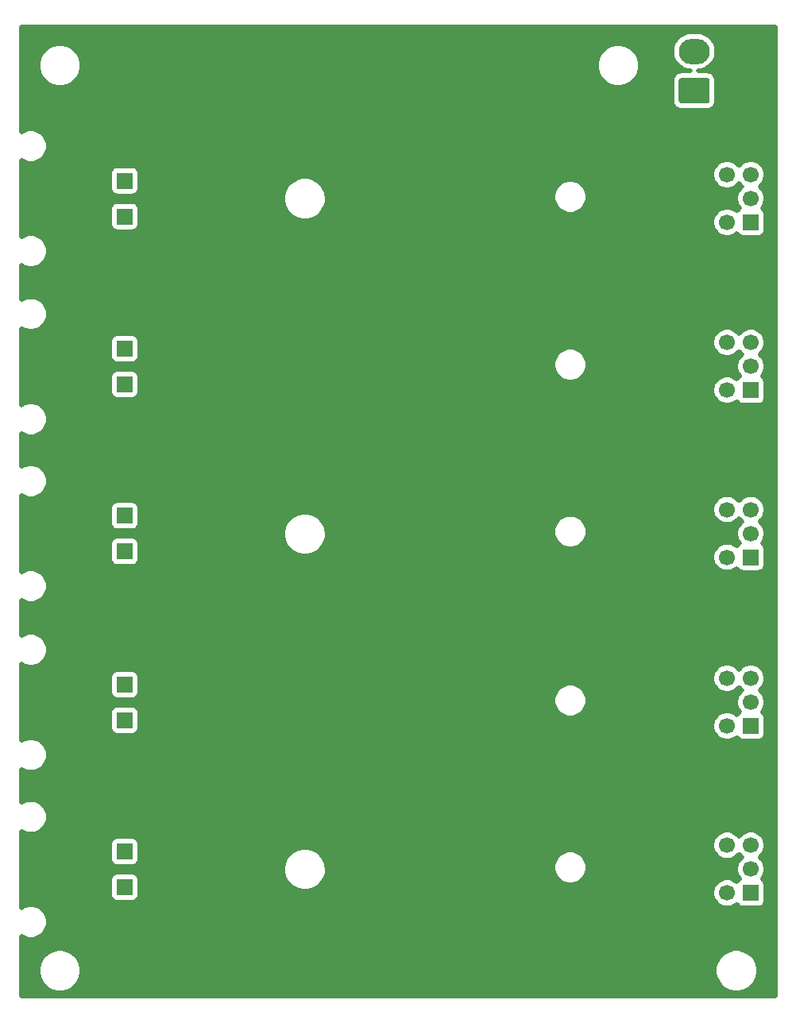
<source format=gbr>
%TF.GenerationSoftware,KiCad,Pcbnew,(5.1.8)-1*%
%TF.CreationDate,2021-10-07T22:13:12+08:00*%
%TF.ProjectId,Pad,5061642e-6b69-4636-9164-5f7063625858,rev?*%
%TF.SameCoordinates,Original*%
%TF.FileFunction,Copper,L2,Inr*%
%TF.FilePolarity,Positive*%
%FSLAX46Y46*%
G04 Gerber Fmt 4.6, Leading zero omitted, Abs format (unit mm)*
G04 Created by KiCad (PCBNEW (5.1.8)-1) date 2021-10-07 22:13:12*
%MOMM*%
%LPD*%
G01*
G04 APERTURE LIST*
%TA.AperFunction,ComponentPad*%
%ADD10R,1.700000X1.700000*%
%TD*%
%TA.AperFunction,ComponentPad*%
%ADD11O,3.300000X2.700000*%
%TD*%
%TA.AperFunction,ComponentPad*%
%ADD12C,1.700000*%
%TD*%
%TA.AperFunction,Conductor*%
%ADD13C,0.500000*%
%TD*%
%TA.AperFunction,Conductor*%
%ADD14C,0.100000*%
%TD*%
G04 APERTURE END LIST*
D10*
%TO.N,N/C*%
%TO.C,J15*%
X124000000Y-129700000D03*
%TD*%
%TO.N,N/C*%
%TO.C,J14*%
X124000000Y-111900000D03*
%TD*%
%TO.N,N/C*%
%TO.C,J13*%
X124000000Y-93900000D03*
%TD*%
%TO.N,N/C*%
%TO.C,J12*%
X124000000Y-76100000D03*
%TD*%
%TO.N,N/C*%
%TO.C,J11*%
X124000000Y-125900000D03*
%TD*%
%TO.N,N/C*%
%TO.C,J10*%
X124000000Y-108100000D03*
%TD*%
%TO.N,N/C*%
%TO.C,J9*%
X124000000Y-90100000D03*
%TD*%
%TO.N,N/C*%
%TO.C,J8*%
X124000000Y-72300000D03*
%TD*%
%TO.N,N/C*%
%TO.C,J5*%
X124000000Y-58200000D03*
%TD*%
%TO.N,N/C*%
%TO.C,J2*%
X124000000Y-54400000D03*
%TD*%
D11*
%TO.N,GND*%
%TO.C,J16*%
X190200000Y-40600000D03*
X190200000Y-44800000D03*
%TO.N,-18V*%
X184700000Y-40600000D03*
%TO.N,+18V*%
%TA.AperFunction,ComponentPad*%
G36*
G01*
X186099999Y-46150000D02*
X183300001Y-46150000D01*
G75*
G02*
X183050000Y-45899999I0J250001D01*
G01*
X183050000Y-43700001D01*
G75*
G02*
X183300001Y-43450000I250001J0D01*
G01*
X186099999Y-43450000D01*
G75*
G02*
X186350000Y-43700001I0J-250001D01*
G01*
X186350000Y-45899999D01*
G75*
G02*
X186099999Y-46150000I-250001J0D01*
G01*
G37*
%TD.AperFunction*%
%TD*%
D12*
%TO.N,-18V*%
%TO.C,J1*%
X188190000Y-58820000D03*
%TO.N,N/C*%
X190730000Y-56280000D03*
%TO.N,+18V*%
X188190000Y-53740000D03*
D10*
%TO.N,N/C*%
X190730000Y-58820000D03*
D12*
X190730000Y-53740000D03*
%TO.N,GND*%
X188190000Y-56280000D03*
%TD*%
%TO.N,-18V*%
%TO.C,J4*%
X188190000Y-94520000D03*
%TO.N,N/C*%
X190730000Y-91980000D03*
%TO.N,+18V*%
X188190000Y-89440000D03*
D10*
%TO.N,N/C*%
X190730000Y-94520000D03*
D12*
X190730000Y-89440000D03*
%TO.N,GND*%
X188190000Y-91980000D03*
%TD*%
%TO.N,GND*%
%TO.C,J3*%
X188190000Y-74180000D03*
%TO.N,N/C*%
X190730000Y-71640000D03*
D10*
X190730000Y-76720000D03*
D12*
%TO.N,+18V*%
X188190000Y-71640000D03*
%TO.N,N/C*%
X190730000Y-74180000D03*
%TO.N,-18V*%
X188190000Y-76720000D03*
%TD*%
%TO.N,-18V*%
%TO.C,J6*%
X188190000Y-112520000D03*
%TO.N,N/C*%
X190730000Y-109980000D03*
%TO.N,+18V*%
X188190000Y-107440000D03*
D10*
%TO.N,N/C*%
X190730000Y-112520000D03*
D12*
X190730000Y-107440000D03*
%TO.N,GND*%
X188190000Y-109980000D03*
%TD*%
%TO.N,GND*%
%TO.C,J7*%
X188190000Y-127780000D03*
%TO.N,N/C*%
X190730000Y-125240000D03*
D10*
X190730000Y-130320000D03*
D12*
%TO.N,+18V*%
X188190000Y-125240000D03*
%TO.N,N/C*%
X190730000Y-127780000D03*
%TO.N,-18V*%
X188190000Y-130320000D03*
%TD*%
D13*
%TO.N,GND*%
X193325000Y-141325000D02*
X112975000Y-141325000D01*
X112975000Y-138368545D01*
X114750000Y-138368545D01*
X114750000Y-138831455D01*
X114840309Y-139285470D01*
X115017457Y-139713143D01*
X115274636Y-140098038D01*
X115601962Y-140425364D01*
X115986857Y-140682543D01*
X116414530Y-140859691D01*
X116868545Y-140950000D01*
X117331455Y-140950000D01*
X117785470Y-140859691D01*
X118213143Y-140682543D01*
X118598038Y-140425364D01*
X118925364Y-140098038D01*
X119182543Y-139713143D01*
X119359691Y-139285470D01*
X119450000Y-138831455D01*
X119450000Y-138368545D01*
X186850000Y-138368545D01*
X186850000Y-138831455D01*
X186940309Y-139285470D01*
X187117457Y-139713143D01*
X187374636Y-140098038D01*
X187701962Y-140425364D01*
X188086857Y-140682543D01*
X188514530Y-140859691D01*
X188968545Y-140950000D01*
X189431455Y-140950000D01*
X189885470Y-140859691D01*
X190313143Y-140682543D01*
X190698038Y-140425364D01*
X191025364Y-140098038D01*
X191282543Y-139713143D01*
X191459691Y-139285470D01*
X191550000Y-138831455D01*
X191550000Y-138368545D01*
X191459691Y-137914530D01*
X191282543Y-137486857D01*
X191025364Y-137101962D01*
X190698038Y-136774636D01*
X190313143Y-136517457D01*
X189885470Y-136340309D01*
X189431455Y-136250000D01*
X188968545Y-136250000D01*
X188514530Y-136340309D01*
X188086857Y-136517457D01*
X187701962Y-136774636D01*
X187374636Y-137101962D01*
X187117457Y-137486857D01*
X186940309Y-137914530D01*
X186850000Y-138368545D01*
X119450000Y-138368545D01*
X119359691Y-137914530D01*
X119182543Y-137486857D01*
X118925364Y-137101962D01*
X118598038Y-136774636D01*
X118213143Y-136517457D01*
X117785470Y-136340309D01*
X117331455Y-136250000D01*
X116868545Y-136250000D01*
X116414530Y-136340309D01*
X115986857Y-136517457D01*
X115601962Y-136774636D01*
X115274636Y-137101962D01*
X115017457Y-137486857D01*
X114840309Y-137914530D01*
X114750000Y-138368545D01*
X112975000Y-138368545D01*
X112975000Y-134940092D01*
X113123697Y-135039448D01*
X113460375Y-135178905D01*
X113817791Y-135250000D01*
X114182209Y-135250000D01*
X114539625Y-135178905D01*
X114876303Y-135039448D01*
X115179306Y-134836989D01*
X115436989Y-134579306D01*
X115639448Y-134276303D01*
X115778905Y-133939625D01*
X115850000Y-133582209D01*
X115850000Y-133217791D01*
X115778905Y-132860375D01*
X115639448Y-132523697D01*
X115436989Y-132220694D01*
X115179306Y-131963011D01*
X114876303Y-131760552D01*
X114539625Y-131621095D01*
X114182209Y-131550000D01*
X113817791Y-131550000D01*
X113460375Y-131621095D01*
X113123697Y-131760552D01*
X112975000Y-131859908D01*
X112975000Y-128850000D01*
X122396372Y-128850000D01*
X122396372Y-130550000D01*
X122410853Y-130697026D01*
X122453739Y-130838401D01*
X122523381Y-130968693D01*
X122617105Y-131082895D01*
X122731307Y-131176619D01*
X122861599Y-131246261D01*
X123002974Y-131289147D01*
X123150000Y-131303628D01*
X124850000Y-131303628D01*
X124997026Y-131289147D01*
X125138401Y-131246261D01*
X125268693Y-131176619D01*
X125382895Y-131082895D01*
X125476619Y-130968693D01*
X125546261Y-130838401D01*
X125589147Y-130697026D01*
X125603628Y-130550000D01*
X125603628Y-128850000D01*
X125589147Y-128702974D01*
X125546261Y-128561599D01*
X125476619Y-128431307D01*
X125382895Y-128317105D01*
X125268693Y-128223381D01*
X125138401Y-128153739D01*
X124997026Y-128110853D01*
X124850000Y-128096372D01*
X123150000Y-128096372D01*
X123002974Y-128110853D01*
X122861599Y-128153739D01*
X122731307Y-128223381D01*
X122617105Y-128317105D01*
X122523381Y-128431307D01*
X122453739Y-128561599D01*
X122410853Y-128702974D01*
X122396372Y-128850000D01*
X112975000Y-128850000D01*
X112975000Y-127568545D01*
X140850000Y-127568545D01*
X140850000Y-128031455D01*
X140940309Y-128485470D01*
X141117457Y-128913143D01*
X141374636Y-129298038D01*
X141701962Y-129625364D01*
X142086857Y-129882543D01*
X142514530Y-130059691D01*
X142968545Y-130150000D01*
X143431455Y-130150000D01*
X143885470Y-130059691D01*
X144313143Y-129882543D01*
X144698038Y-129625364D01*
X145025364Y-129298038D01*
X145282543Y-128913143D01*
X145459691Y-128485470D01*
X145550000Y-128031455D01*
X145550000Y-127568545D01*
X145520014Y-127417791D01*
X169650000Y-127417791D01*
X169650000Y-127782209D01*
X169721095Y-128139625D01*
X169860552Y-128476303D01*
X170063011Y-128779306D01*
X170320694Y-129036989D01*
X170623697Y-129239448D01*
X170960375Y-129378905D01*
X171317791Y-129450000D01*
X171682209Y-129450000D01*
X172039625Y-129378905D01*
X172376303Y-129239448D01*
X172679306Y-129036989D01*
X172936989Y-128779306D01*
X173139448Y-128476303D01*
X173278905Y-128139625D01*
X173350000Y-127782209D01*
X173350000Y-127417791D01*
X173278905Y-127060375D01*
X173139448Y-126723697D01*
X172936989Y-126420694D01*
X172679306Y-126163011D01*
X172376303Y-125960552D01*
X172039625Y-125821095D01*
X171682209Y-125750000D01*
X171317791Y-125750000D01*
X170960375Y-125821095D01*
X170623697Y-125960552D01*
X170320694Y-126163011D01*
X170063011Y-126420694D01*
X169860552Y-126723697D01*
X169721095Y-127060375D01*
X169650000Y-127417791D01*
X145520014Y-127417791D01*
X145459691Y-127114530D01*
X145282543Y-126686857D01*
X145025364Y-126301962D01*
X144698038Y-125974636D01*
X144313143Y-125717457D01*
X143885470Y-125540309D01*
X143431455Y-125450000D01*
X142968545Y-125450000D01*
X142514530Y-125540309D01*
X142086857Y-125717457D01*
X141701962Y-125974636D01*
X141374636Y-126301962D01*
X141117457Y-126686857D01*
X140940309Y-127114530D01*
X140850000Y-127568545D01*
X112975000Y-127568545D01*
X112975000Y-125050000D01*
X122396372Y-125050000D01*
X122396372Y-126750000D01*
X122410853Y-126897026D01*
X122453739Y-127038401D01*
X122523381Y-127168693D01*
X122617105Y-127282895D01*
X122731307Y-127376619D01*
X122861599Y-127446261D01*
X123002974Y-127489147D01*
X123150000Y-127503628D01*
X124850000Y-127503628D01*
X124997026Y-127489147D01*
X125138401Y-127446261D01*
X125268693Y-127376619D01*
X125382895Y-127282895D01*
X125476619Y-127168693D01*
X125546261Y-127038401D01*
X125589147Y-126897026D01*
X125603628Y-126750000D01*
X125603628Y-125082414D01*
X186590000Y-125082414D01*
X186590000Y-125397586D01*
X186651487Y-125706703D01*
X186772098Y-125997884D01*
X186947199Y-126259941D01*
X187170059Y-126482801D01*
X187432116Y-126657902D01*
X187723297Y-126778513D01*
X188032414Y-126840000D01*
X188347586Y-126840000D01*
X188656703Y-126778513D01*
X188947884Y-126657902D01*
X189209941Y-126482801D01*
X189432801Y-126259941D01*
X189460000Y-126219235D01*
X189487199Y-126259941D01*
X189710059Y-126482801D01*
X189750765Y-126510000D01*
X189710059Y-126537199D01*
X189487199Y-126760059D01*
X189312098Y-127022116D01*
X189191487Y-127313297D01*
X189130000Y-127622414D01*
X189130000Y-127937586D01*
X189191487Y-128246703D01*
X189312098Y-128537884D01*
X189487199Y-128799941D01*
X189506489Y-128819231D01*
X189461307Y-128843381D01*
X189347105Y-128937105D01*
X189253381Y-129051307D01*
X189229231Y-129096489D01*
X189209941Y-129077199D01*
X188947884Y-128902098D01*
X188656703Y-128781487D01*
X188347586Y-128720000D01*
X188032414Y-128720000D01*
X187723297Y-128781487D01*
X187432116Y-128902098D01*
X187170059Y-129077199D01*
X186947199Y-129300059D01*
X186772098Y-129562116D01*
X186651487Y-129853297D01*
X186590000Y-130162414D01*
X186590000Y-130477586D01*
X186651487Y-130786703D01*
X186772098Y-131077884D01*
X186947199Y-131339941D01*
X187170059Y-131562801D01*
X187432116Y-131737902D01*
X187723297Y-131858513D01*
X188032414Y-131920000D01*
X188347586Y-131920000D01*
X188656703Y-131858513D01*
X188947884Y-131737902D01*
X189209941Y-131562801D01*
X189229231Y-131543511D01*
X189253381Y-131588693D01*
X189347105Y-131702895D01*
X189461307Y-131796619D01*
X189591599Y-131866261D01*
X189732974Y-131909147D01*
X189880000Y-131923628D01*
X191580000Y-131923628D01*
X191727026Y-131909147D01*
X191868401Y-131866261D01*
X191998693Y-131796619D01*
X192112895Y-131702895D01*
X192206619Y-131588693D01*
X192276261Y-131458401D01*
X192319147Y-131317026D01*
X192333628Y-131170000D01*
X192333628Y-129470000D01*
X192319147Y-129322974D01*
X192276261Y-129181599D01*
X192206619Y-129051307D01*
X192112895Y-128937105D01*
X191998693Y-128843381D01*
X191953511Y-128819231D01*
X191972801Y-128799941D01*
X192147902Y-128537884D01*
X192268513Y-128246703D01*
X192330000Y-127937586D01*
X192330000Y-127622414D01*
X192268513Y-127313297D01*
X192147902Y-127022116D01*
X191972801Y-126760059D01*
X191749941Y-126537199D01*
X191709235Y-126510000D01*
X191749941Y-126482801D01*
X191972801Y-126259941D01*
X192147902Y-125997884D01*
X192268513Y-125706703D01*
X192330000Y-125397586D01*
X192330000Y-125082414D01*
X192268513Y-124773297D01*
X192147902Y-124482116D01*
X191972801Y-124220059D01*
X191749941Y-123997199D01*
X191487884Y-123822098D01*
X191196703Y-123701487D01*
X190887586Y-123640000D01*
X190572414Y-123640000D01*
X190263297Y-123701487D01*
X189972116Y-123822098D01*
X189710059Y-123997199D01*
X189487199Y-124220059D01*
X189460000Y-124260765D01*
X189432801Y-124220059D01*
X189209941Y-123997199D01*
X188947884Y-123822098D01*
X188656703Y-123701487D01*
X188347586Y-123640000D01*
X188032414Y-123640000D01*
X187723297Y-123701487D01*
X187432116Y-123822098D01*
X187170059Y-123997199D01*
X186947199Y-124220059D01*
X186772098Y-124482116D01*
X186651487Y-124773297D01*
X186590000Y-125082414D01*
X125603628Y-125082414D01*
X125603628Y-125050000D01*
X125589147Y-124902974D01*
X125546261Y-124761599D01*
X125476619Y-124631307D01*
X125382895Y-124517105D01*
X125268693Y-124423381D01*
X125138401Y-124353739D01*
X124997026Y-124310853D01*
X124850000Y-124296372D01*
X123150000Y-124296372D01*
X123002974Y-124310853D01*
X122861599Y-124353739D01*
X122731307Y-124423381D01*
X122617105Y-124517105D01*
X122523381Y-124631307D01*
X122453739Y-124761599D01*
X122410853Y-124902974D01*
X122396372Y-125050000D01*
X112975000Y-125050000D01*
X112975000Y-123740092D01*
X113123697Y-123839448D01*
X113460375Y-123978905D01*
X113817791Y-124050000D01*
X114182209Y-124050000D01*
X114539625Y-123978905D01*
X114876303Y-123839448D01*
X115179306Y-123636989D01*
X115436989Y-123379306D01*
X115639448Y-123076303D01*
X115778905Y-122739625D01*
X115850000Y-122382209D01*
X115850000Y-122017791D01*
X115778905Y-121660375D01*
X115639448Y-121323697D01*
X115436989Y-121020694D01*
X115179306Y-120763011D01*
X114876303Y-120560552D01*
X114539625Y-120421095D01*
X114182209Y-120350000D01*
X113817791Y-120350000D01*
X113460375Y-120421095D01*
X113123697Y-120560552D01*
X112975000Y-120659908D01*
X112975000Y-117140092D01*
X113123697Y-117239448D01*
X113460375Y-117378905D01*
X113817791Y-117450000D01*
X114182209Y-117450000D01*
X114539625Y-117378905D01*
X114876303Y-117239448D01*
X115179306Y-117036989D01*
X115436989Y-116779306D01*
X115639448Y-116476303D01*
X115778905Y-116139625D01*
X115850000Y-115782209D01*
X115850000Y-115417791D01*
X115778905Y-115060375D01*
X115639448Y-114723697D01*
X115436989Y-114420694D01*
X115179306Y-114163011D01*
X114876303Y-113960552D01*
X114539625Y-113821095D01*
X114182209Y-113750000D01*
X113817791Y-113750000D01*
X113460375Y-113821095D01*
X113123697Y-113960552D01*
X112975000Y-114059908D01*
X112975000Y-111050000D01*
X122396372Y-111050000D01*
X122396372Y-112750000D01*
X122410853Y-112897026D01*
X122453739Y-113038401D01*
X122523381Y-113168693D01*
X122617105Y-113282895D01*
X122731307Y-113376619D01*
X122861599Y-113446261D01*
X123002974Y-113489147D01*
X123150000Y-113503628D01*
X124850000Y-113503628D01*
X124997026Y-113489147D01*
X125138401Y-113446261D01*
X125268693Y-113376619D01*
X125382895Y-113282895D01*
X125476619Y-113168693D01*
X125546261Y-113038401D01*
X125589147Y-112897026D01*
X125603628Y-112750000D01*
X125603628Y-111050000D01*
X125589147Y-110902974D01*
X125546261Y-110761599D01*
X125476619Y-110631307D01*
X125382895Y-110517105D01*
X125268693Y-110423381D01*
X125138401Y-110353739D01*
X124997026Y-110310853D01*
X124850000Y-110296372D01*
X123150000Y-110296372D01*
X123002974Y-110310853D01*
X122861599Y-110353739D01*
X122731307Y-110423381D01*
X122617105Y-110517105D01*
X122523381Y-110631307D01*
X122453739Y-110761599D01*
X122410853Y-110902974D01*
X122396372Y-111050000D01*
X112975000Y-111050000D01*
X112975000Y-107250000D01*
X122396372Y-107250000D01*
X122396372Y-108950000D01*
X122410853Y-109097026D01*
X122453739Y-109238401D01*
X122523381Y-109368693D01*
X122617105Y-109482895D01*
X122731307Y-109576619D01*
X122861599Y-109646261D01*
X123002974Y-109689147D01*
X123150000Y-109703628D01*
X124850000Y-109703628D01*
X124997026Y-109689147D01*
X125138401Y-109646261D01*
X125191665Y-109617791D01*
X169650000Y-109617791D01*
X169650000Y-109982209D01*
X169721095Y-110339625D01*
X169860552Y-110676303D01*
X170063011Y-110979306D01*
X170320694Y-111236989D01*
X170623697Y-111439448D01*
X170960375Y-111578905D01*
X171317791Y-111650000D01*
X171682209Y-111650000D01*
X172039625Y-111578905D01*
X172376303Y-111439448D01*
X172679306Y-111236989D01*
X172936989Y-110979306D01*
X173139448Y-110676303D01*
X173278905Y-110339625D01*
X173350000Y-109982209D01*
X173350000Y-109617791D01*
X173278905Y-109260375D01*
X173139448Y-108923697D01*
X172936989Y-108620694D01*
X172679306Y-108363011D01*
X172376303Y-108160552D01*
X172039625Y-108021095D01*
X171682209Y-107950000D01*
X171317791Y-107950000D01*
X170960375Y-108021095D01*
X170623697Y-108160552D01*
X170320694Y-108363011D01*
X170063011Y-108620694D01*
X169860552Y-108923697D01*
X169721095Y-109260375D01*
X169650000Y-109617791D01*
X125191665Y-109617791D01*
X125268693Y-109576619D01*
X125382895Y-109482895D01*
X125476619Y-109368693D01*
X125546261Y-109238401D01*
X125589147Y-109097026D01*
X125603628Y-108950000D01*
X125603628Y-107282414D01*
X186590000Y-107282414D01*
X186590000Y-107597586D01*
X186651487Y-107906703D01*
X186772098Y-108197884D01*
X186947199Y-108459941D01*
X187170059Y-108682801D01*
X187432116Y-108857902D01*
X187723297Y-108978513D01*
X188032414Y-109040000D01*
X188347586Y-109040000D01*
X188656703Y-108978513D01*
X188947884Y-108857902D01*
X189209941Y-108682801D01*
X189432801Y-108459941D01*
X189460000Y-108419235D01*
X189487199Y-108459941D01*
X189710059Y-108682801D01*
X189750765Y-108710000D01*
X189710059Y-108737199D01*
X189487199Y-108960059D01*
X189312098Y-109222116D01*
X189191487Y-109513297D01*
X189130000Y-109822414D01*
X189130000Y-110137586D01*
X189191487Y-110446703D01*
X189312098Y-110737884D01*
X189487199Y-110999941D01*
X189506489Y-111019231D01*
X189461307Y-111043381D01*
X189347105Y-111137105D01*
X189253381Y-111251307D01*
X189229231Y-111296489D01*
X189209941Y-111277199D01*
X188947884Y-111102098D01*
X188656703Y-110981487D01*
X188347586Y-110920000D01*
X188032414Y-110920000D01*
X187723297Y-110981487D01*
X187432116Y-111102098D01*
X187170059Y-111277199D01*
X186947199Y-111500059D01*
X186772098Y-111762116D01*
X186651487Y-112053297D01*
X186590000Y-112362414D01*
X186590000Y-112677586D01*
X186651487Y-112986703D01*
X186772098Y-113277884D01*
X186947199Y-113539941D01*
X187170059Y-113762801D01*
X187432116Y-113937902D01*
X187723297Y-114058513D01*
X188032414Y-114120000D01*
X188347586Y-114120000D01*
X188656703Y-114058513D01*
X188947884Y-113937902D01*
X189209941Y-113762801D01*
X189229231Y-113743511D01*
X189253381Y-113788693D01*
X189347105Y-113902895D01*
X189461307Y-113996619D01*
X189591599Y-114066261D01*
X189732974Y-114109147D01*
X189880000Y-114123628D01*
X191580000Y-114123628D01*
X191727026Y-114109147D01*
X191868401Y-114066261D01*
X191998693Y-113996619D01*
X192112895Y-113902895D01*
X192206619Y-113788693D01*
X192276261Y-113658401D01*
X192319147Y-113517026D01*
X192333628Y-113370000D01*
X192333628Y-111670000D01*
X192319147Y-111522974D01*
X192276261Y-111381599D01*
X192206619Y-111251307D01*
X192112895Y-111137105D01*
X191998693Y-111043381D01*
X191953511Y-111019231D01*
X191972801Y-110999941D01*
X192147902Y-110737884D01*
X192268513Y-110446703D01*
X192330000Y-110137586D01*
X192330000Y-109822414D01*
X192268513Y-109513297D01*
X192147902Y-109222116D01*
X191972801Y-108960059D01*
X191749941Y-108737199D01*
X191709235Y-108710000D01*
X191749941Y-108682801D01*
X191972801Y-108459941D01*
X192147902Y-108197884D01*
X192268513Y-107906703D01*
X192330000Y-107597586D01*
X192330000Y-107282414D01*
X192268513Y-106973297D01*
X192147902Y-106682116D01*
X191972801Y-106420059D01*
X191749941Y-106197199D01*
X191487884Y-106022098D01*
X191196703Y-105901487D01*
X190887586Y-105840000D01*
X190572414Y-105840000D01*
X190263297Y-105901487D01*
X189972116Y-106022098D01*
X189710059Y-106197199D01*
X189487199Y-106420059D01*
X189460000Y-106460765D01*
X189432801Y-106420059D01*
X189209941Y-106197199D01*
X188947884Y-106022098D01*
X188656703Y-105901487D01*
X188347586Y-105840000D01*
X188032414Y-105840000D01*
X187723297Y-105901487D01*
X187432116Y-106022098D01*
X187170059Y-106197199D01*
X186947199Y-106420059D01*
X186772098Y-106682116D01*
X186651487Y-106973297D01*
X186590000Y-107282414D01*
X125603628Y-107282414D01*
X125603628Y-107250000D01*
X125589147Y-107102974D01*
X125546261Y-106961599D01*
X125476619Y-106831307D01*
X125382895Y-106717105D01*
X125268693Y-106623381D01*
X125138401Y-106553739D01*
X124997026Y-106510853D01*
X124850000Y-106496372D01*
X123150000Y-106496372D01*
X123002974Y-106510853D01*
X122861599Y-106553739D01*
X122731307Y-106623381D01*
X122617105Y-106717105D01*
X122523381Y-106831307D01*
X122453739Y-106961599D01*
X122410853Y-107102974D01*
X122396372Y-107250000D01*
X112975000Y-107250000D01*
X112975000Y-105940092D01*
X113123697Y-106039448D01*
X113460375Y-106178905D01*
X113817791Y-106250000D01*
X114182209Y-106250000D01*
X114539625Y-106178905D01*
X114876303Y-106039448D01*
X115179306Y-105836989D01*
X115436989Y-105579306D01*
X115639448Y-105276303D01*
X115778905Y-104939625D01*
X115850000Y-104582209D01*
X115850000Y-104217791D01*
X115778905Y-103860375D01*
X115639448Y-103523697D01*
X115436989Y-103220694D01*
X115179306Y-102963011D01*
X114876303Y-102760552D01*
X114539625Y-102621095D01*
X114182209Y-102550000D01*
X113817791Y-102550000D01*
X113460375Y-102621095D01*
X113123697Y-102760552D01*
X112975000Y-102859908D01*
X112975000Y-99140092D01*
X113123697Y-99239448D01*
X113460375Y-99378905D01*
X113817791Y-99450000D01*
X114182209Y-99450000D01*
X114539625Y-99378905D01*
X114876303Y-99239448D01*
X115179306Y-99036989D01*
X115436989Y-98779306D01*
X115639448Y-98476303D01*
X115778905Y-98139625D01*
X115850000Y-97782209D01*
X115850000Y-97417791D01*
X115778905Y-97060375D01*
X115639448Y-96723697D01*
X115436989Y-96420694D01*
X115179306Y-96163011D01*
X114876303Y-95960552D01*
X114539625Y-95821095D01*
X114182209Y-95750000D01*
X113817791Y-95750000D01*
X113460375Y-95821095D01*
X113123697Y-95960552D01*
X112975000Y-96059908D01*
X112975000Y-93050000D01*
X122396372Y-93050000D01*
X122396372Y-94750000D01*
X122410853Y-94897026D01*
X122453739Y-95038401D01*
X122523381Y-95168693D01*
X122617105Y-95282895D01*
X122731307Y-95376619D01*
X122861599Y-95446261D01*
X123002974Y-95489147D01*
X123150000Y-95503628D01*
X124850000Y-95503628D01*
X124997026Y-95489147D01*
X125138401Y-95446261D01*
X125268693Y-95376619D01*
X125382895Y-95282895D01*
X125476619Y-95168693D01*
X125546261Y-95038401D01*
X125589147Y-94897026D01*
X125603628Y-94750000D01*
X125603628Y-93050000D01*
X125589147Y-92902974D01*
X125546261Y-92761599D01*
X125476619Y-92631307D01*
X125382895Y-92517105D01*
X125268693Y-92423381D01*
X125138401Y-92353739D01*
X124997026Y-92310853D01*
X124850000Y-92296372D01*
X123150000Y-92296372D01*
X123002974Y-92310853D01*
X122861599Y-92353739D01*
X122731307Y-92423381D01*
X122617105Y-92517105D01*
X122523381Y-92631307D01*
X122453739Y-92761599D01*
X122410853Y-92902974D01*
X122396372Y-93050000D01*
X112975000Y-93050000D01*
X112975000Y-91818545D01*
X140850000Y-91818545D01*
X140850000Y-92281455D01*
X140940309Y-92735470D01*
X141117457Y-93163143D01*
X141374636Y-93548038D01*
X141701962Y-93875364D01*
X142086857Y-94132543D01*
X142514530Y-94309691D01*
X142968545Y-94400000D01*
X143431455Y-94400000D01*
X143885470Y-94309691D01*
X144313143Y-94132543D01*
X144698038Y-93875364D01*
X145025364Y-93548038D01*
X145282543Y-93163143D01*
X145459691Y-92735470D01*
X145550000Y-92281455D01*
X145550000Y-91818545D01*
X145510068Y-91617791D01*
X169650000Y-91617791D01*
X169650000Y-91982209D01*
X169721095Y-92339625D01*
X169860552Y-92676303D01*
X170063011Y-92979306D01*
X170320694Y-93236989D01*
X170623697Y-93439448D01*
X170960375Y-93578905D01*
X171317791Y-93650000D01*
X171682209Y-93650000D01*
X172039625Y-93578905D01*
X172376303Y-93439448D01*
X172679306Y-93236989D01*
X172936989Y-92979306D01*
X173139448Y-92676303D01*
X173278905Y-92339625D01*
X173350000Y-91982209D01*
X173350000Y-91617791D01*
X173278905Y-91260375D01*
X173139448Y-90923697D01*
X172936989Y-90620694D01*
X172679306Y-90363011D01*
X172376303Y-90160552D01*
X172039625Y-90021095D01*
X171682209Y-89950000D01*
X171317791Y-89950000D01*
X170960375Y-90021095D01*
X170623697Y-90160552D01*
X170320694Y-90363011D01*
X170063011Y-90620694D01*
X169860552Y-90923697D01*
X169721095Y-91260375D01*
X169650000Y-91617791D01*
X145510068Y-91617791D01*
X145459691Y-91364530D01*
X145282543Y-90936857D01*
X145025364Y-90551962D01*
X144698038Y-90224636D01*
X144313143Y-89967457D01*
X143885470Y-89790309D01*
X143431455Y-89700000D01*
X142968545Y-89700000D01*
X142514530Y-89790309D01*
X142086857Y-89967457D01*
X141701962Y-90224636D01*
X141374636Y-90551962D01*
X141117457Y-90936857D01*
X140940309Y-91364530D01*
X140850000Y-91818545D01*
X112975000Y-91818545D01*
X112975000Y-89250000D01*
X122396372Y-89250000D01*
X122396372Y-90950000D01*
X122410853Y-91097026D01*
X122453739Y-91238401D01*
X122523381Y-91368693D01*
X122617105Y-91482895D01*
X122731307Y-91576619D01*
X122861599Y-91646261D01*
X123002974Y-91689147D01*
X123150000Y-91703628D01*
X124850000Y-91703628D01*
X124997026Y-91689147D01*
X125138401Y-91646261D01*
X125268693Y-91576619D01*
X125382895Y-91482895D01*
X125476619Y-91368693D01*
X125546261Y-91238401D01*
X125589147Y-91097026D01*
X125603628Y-90950000D01*
X125603628Y-89282414D01*
X186590000Y-89282414D01*
X186590000Y-89597586D01*
X186651487Y-89906703D01*
X186772098Y-90197884D01*
X186947199Y-90459941D01*
X187170059Y-90682801D01*
X187432116Y-90857902D01*
X187723297Y-90978513D01*
X188032414Y-91040000D01*
X188347586Y-91040000D01*
X188656703Y-90978513D01*
X188947884Y-90857902D01*
X189209941Y-90682801D01*
X189432801Y-90459941D01*
X189460000Y-90419235D01*
X189487199Y-90459941D01*
X189710059Y-90682801D01*
X189750765Y-90710000D01*
X189710059Y-90737199D01*
X189487199Y-90960059D01*
X189312098Y-91222116D01*
X189191487Y-91513297D01*
X189130000Y-91822414D01*
X189130000Y-92137586D01*
X189191487Y-92446703D01*
X189312098Y-92737884D01*
X189487199Y-92999941D01*
X189506489Y-93019231D01*
X189461307Y-93043381D01*
X189347105Y-93137105D01*
X189253381Y-93251307D01*
X189229231Y-93296489D01*
X189209941Y-93277199D01*
X188947884Y-93102098D01*
X188656703Y-92981487D01*
X188347586Y-92920000D01*
X188032414Y-92920000D01*
X187723297Y-92981487D01*
X187432116Y-93102098D01*
X187170059Y-93277199D01*
X186947199Y-93500059D01*
X186772098Y-93762116D01*
X186651487Y-94053297D01*
X186590000Y-94362414D01*
X186590000Y-94677586D01*
X186651487Y-94986703D01*
X186772098Y-95277884D01*
X186947199Y-95539941D01*
X187170059Y-95762801D01*
X187432116Y-95937902D01*
X187723297Y-96058513D01*
X188032414Y-96120000D01*
X188347586Y-96120000D01*
X188656703Y-96058513D01*
X188947884Y-95937902D01*
X189209941Y-95762801D01*
X189229231Y-95743511D01*
X189253381Y-95788693D01*
X189347105Y-95902895D01*
X189461307Y-95996619D01*
X189591599Y-96066261D01*
X189732974Y-96109147D01*
X189880000Y-96123628D01*
X191580000Y-96123628D01*
X191727026Y-96109147D01*
X191868401Y-96066261D01*
X191998693Y-95996619D01*
X192112895Y-95902895D01*
X192206619Y-95788693D01*
X192276261Y-95658401D01*
X192319147Y-95517026D01*
X192333628Y-95370000D01*
X192333628Y-93670000D01*
X192319147Y-93522974D01*
X192276261Y-93381599D01*
X192206619Y-93251307D01*
X192112895Y-93137105D01*
X191998693Y-93043381D01*
X191953511Y-93019231D01*
X191972801Y-92999941D01*
X192147902Y-92737884D01*
X192268513Y-92446703D01*
X192330000Y-92137586D01*
X192330000Y-91822414D01*
X192268513Y-91513297D01*
X192147902Y-91222116D01*
X191972801Y-90960059D01*
X191749941Y-90737199D01*
X191709235Y-90710000D01*
X191749941Y-90682801D01*
X191972801Y-90459941D01*
X192147902Y-90197884D01*
X192268513Y-89906703D01*
X192330000Y-89597586D01*
X192330000Y-89282414D01*
X192268513Y-88973297D01*
X192147902Y-88682116D01*
X191972801Y-88420059D01*
X191749941Y-88197199D01*
X191487884Y-88022098D01*
X191196703Y-87901487D01*
X190887586Y-87840000D01*
X190572414Y-87840000D01*
X190263297Y-87901487D01*
X189972116Y-88022098D01*
X189710059Y-88197199D01*
X189487199Y-88420059D01*
X189460000Y-88460765D01*
X189432801Y-88420059D01*
X189209941Y-88197199D01*
X188947884Y-88022098D01*
X188656703Y-87901487D01*
X188347586Y-87840000D01*
X188032414Y-87840000D01*
X187723297Y-87901487D01*
X187432116Y-88022098D01*
X187170059Y-88197199D01*
X186947199Y-88420059D01*
X186772098Y-88682116D01*
X186651487Y-88973297D01*
X186590000Y-89282414D01*
X125603628Y-89282414D01*
X125603628Y-89250000D01*
X125589147Y-89102974D01*
X125546261Y-88961599D01*
X125476619Y-88831307D01*
X125382895Y-88717105D01*
X125268693Y-88623381D01*
X125138401Y-88553739D01*
X124997026Y-88510853D01*
X124850000Y-88496372D01*
X123150000Y-88496372D01*
X123002974Y-88510853D01*
X122861599Y-88553739D01*
X122731307Y-88623381D01*
X122617105Y-88717105D01*
X122523381Y-88831307D01*
X122453739Y-88961599D01*
X122410853Y-89102974D01*
X122396372Y-89250000D01*
X112975000Y-89250000D01*
X112975000Y-87940092D01*
X113123697Y-88039448D01*
X113460375Y-88178905D01*
X113817791Y-88250000D01*
X114182209Y-88250000D01*
X114539625Y-88178905D01*
X114876303Y-88039448D01*
X115179306Y-87836989D01*
X115436989Y-87579306D01*
X115639448Y-87276303D01*
X115778905Y-86939625D01*
X115850000Y-86582209D01*
X115850000Y-86217791D01*
X115778905Y-85860375D01*
X115639448Y-85523697D01*
X115436989Y-85220694D01*
X115179306Y-84963011D01*
X114876303Y-84760552D01*
X114539625Y-84621095D01*
X114182209Y-84550000D01*
X113817791Y-84550000D01*
X113460375Y-84621095D01*
X113123697Y-84760552D01*
X112975000Y-84859908D01*
X112975000Y-81340092D01*
X113123697Y-81439448D01*
X113460375Y-81578905D01*
X113817791Y-81650000D01*
X114182209Y-81650000D01*
X114539625Y-81578905D01*
X114876303Y-81439448D01*
X115179306Y-81236989D01*
X115436989Y-80979306D01*
X115639448Y-80676303D01*
X115778905Y-80339625D01*
X115850000Y-79982209D01*
X115850000Y-79617791D01*
X115778905Y-79260375D01*
X115639448Y-78923697D01*
X115436989Y-78620694D01*
X115179306Y-78363011D01*
X114876303Y-78160552D01*
X114539625Y-78021095D01*
X114182209Y-77950000D01*
X113817791Y-77950000D01*
X113460375Y-78021095D01*
X113123697Y-78160552D01*
X112975000Y-78259908D01*
X112975000Y-75250000D01*
X122396372Y-75250000D01*
X122396372Y-76950000D01*
X122410853Y-77097026D01*
X122453739Y-77238401D01*
X122523381Y-77368693D01*
X122617105Y-77482895D01*
X122731307Y-77576619D01*
X122861599Y-77646261D01*
X123002974Y-77689147D01*
X123150000Y-77703628D01*
X124850000Y-77703628D01*
X124997026Y-77689147D01*
X125138401Y-77646261D01*
X125268693Y-77576619D01*
X125382895Y-77482895D01*
X125476619Y-77368693D01*
X125546261Y-77238401D01*
X125589147Y-77097026D01*
X125603628Y-76950000D01*
X125603628Y-75250000D01*
X125589147Y-75102974D01*
X125546261Y-74961599D01*
X125476619Y-74831307D01*
X125382895Y-74717105D01*
X125268693Y-74623381D01*
X125138401Y-74553739D01*
X124997026Y-74510853D01*
X124850000Y-74496372D01*
X123150000Y-74496372D01*
X123002974Y-74510853D01*
X122861599Y-74553739D01*
X122731307Y-74623381D01*
X122617105Y-74717105D01*
X122523381Y-74831307D01*
X122453739Y-74961599D01*
X122410853Y-75102974D01*
X122396372Y-75250000D01*
X112975000Y-75250000D01*
X112975000Y-71450000D01*
X122396372Y-71450000D01*
X122396372Y-73150000D01*
X122410853Y-73297026D01*
X122453739Y-73438401D01*
X122523381Y-73568693D01*
X122617105Y-73682895D01*
X122731307Y-73776619D01*
X122861599Y-73846261D01*
X123002974Y-73889147D01*
X123150000Y-73903628D01*
X124850000Y-73903628D01*
X124997026Y-73889147D01*
X125138401Y-73846261D01*
X125191665Y-73817791D01*
X169650000Y-73817791D01*
X169650000Y-74182209D01*
X169721095Y-74539625D01*
X169860552Y-74876303D01*
X170063011Y-75179306D01*
X170320694Y-75436989D01*
X170623697Y-75639448D01*
X170960375Y-75778905D01*
X171317791Y-75850000D01*
X171682209Y-75850000D01*
X172039625Y-75778905D01*
X172376303Y-75639448D01*
X172679306Y-75436989D01*
X172936989Y-75179306D01*
X173139448Y-74876303D01*
X173278905Y-74539625D01*
X173350000Y-74182209D01*
X173350000Y-73817791D01*
X173278905Y-73460375D01*
X173139448Y-73123697D01*
X172936989Y-72820694D01*
X172679306Y-72563011D01*
X172376303Y-72360552D01*
X172039625Y-72221095D01*
X171682209Y-72150000D01*
X171317791Y-72150000D01*
X170960375Y-72221095D01*
X170623697Y-72360552D01*
X170320694Y-72563011D01*
X170063011Y-72820694D01*
X169860552Y-73123697D01*
X169721095Y-73460375D01*
X169650000Y-73817791D01*
X125191665Y-73817791D01*
X125268693Y-73776619D01*
X125382895Y-73682895D01*
X125476619Y-73568693D01*
X125546261Y-73438401D01*
X125589147Y-73297026D01*
X125603628Y-73150000D01*
X125603628Y-71482414D01*
X186590000Y-71482414D01*
X186590000Y-71797586D01*
X186651487Y-72106703D01*
X186772098Y-72397884D01*
X186947199Y-72659941D01*
X187170059Y-72882801D01*
X187432116Y-73057902D01*
X187723297Y-73178513D01*
X188032414Y-73240000D01*
X188347586Y-73240000D01*
X188656703Y-73178513D01*
X188947884Y-73057902D01*
X189209941Y-72882801D01*
X189432801Y-72659941D01*
X189460000Y-72619235D01*
X189487199Y-72659941D01*
X189710059Y-72882801D01*
X189750765Y-72910000D01*
X189710059Y-72937199D01*
X189487199Y-73160059D01*
X189312098Y-73422116D01*
X189191487Y-73713297D01*
X189130000Y-74022414D01*
X189130000Y-74337586D01*
X189191487Y-74646703D01*
X189312098Y-74937884D01*
X189487199Y-75199941D01*
X189506489Y-75219231D01*
X189461307Y-75243381D01*
X189347105Y-75337105D01*
X189253381Y-75451307D01*
X189229231Y-75496489D01*
X189209941Y-75477199D01*
X188947884Y-75302098D01*
X188656703Y-75181487D01*
X188347586Y-75120000D01*
X188032414Y-75120000D01*
X187723297Y-75181487D01*
X187432116Y-75302098D01*
X187170059Y-75477199D01*
X186947199Y-75700059D01*
X186772098Y-75962116D01*
X186651487Y-76253297D01*
X186590000Y-76562414D01*
X186590000Y-76877586D01*
X186651487Y-77186703D01*
X186772098Y-77477884D01*
X186947199Y-77739941D01*
X187170059Y-77962801D01*
X187432116Y-78137902D01*
X187723297Y-78258513D01*
X188032414Y-78320000D01*
X188347586Y-78320000D01*
X188656703Y-78258513D01*
X188947884Y-78137902D01*
X189209941Y-77962801D01*
X189229231Y-77943511D01*
X189253381Y-77988693D01*
X189347105Y-78102895D01*
X189461307Y-78196619D01*
X189591599Y-78266261D01*
X189732974Y-78309147D01*
X189880000Y-78323628D01*
X191580000Y-78323628D01*
X191727026Y-78309147D01*
X191868401Y-78266261D01*
X191998693Y-78196619D01*
X192112895Y-78102895D01*
X192206619Y-77988693D01*
X192276261Y-77858401D01*
X192319147Y-77717026D01*
X192333628Y-77570000D01*
X192333628Y-75870000D01*
X192319147Y-75722974D01*
X192276261Y-75581599D01*
X192206619Y-75451307D01*
X192112895Y-75337105D01*
X191998693Y-75243381D01*
X191953511Y-75219231D01*
X191972801Y-75199941D01*
X192147902Y-74937884D01*
X192268513Y-74646703D01*
X192330000Y-74337586D01*
X192330000Y-74022414D01*
X192268513Y-73713297D01*
X192147902Y-73422116D01*
X191972801Y-73160059D01*
X191749941Y-72937199D01*
X191709235Y-72910000D01*
X191749941Y-72882801D01*
X191972801Y-72659941D01*
X192147902Y-72397884D01*
X192268513Y-72106703D01*
X192330000Y-71797586D01*
X192330000Y-71482414D01*
X192268513Y-71173297D01*
X192147902Y-70882116D01*
X191972801Y-70620059D01*
X191749941Y-70397199D01*
X191487884Y-70222098D01*
X191196703Y-70101487D01*
X190887586Y-70040000D01*
X190572414Y-70040000D01*
X190263297Y-70101487D01*
X189972116Y-70222098D01*
X189710059Y-70397199D01*
X189487199Y-70620059D01*
X189460000Y-70660765D01*
X189432801Y-70620059D01*
X189209941Y-70397199D01*
X188947884Y-70222098D01*
X188656703Y-70101487D01*
X188347586Y-70040000D01*
X188032414Y-70040000D01*
X187723297Y-70101487D01*
X187432116Y-70222098D01*
X187170059Y-70397199D01*
X186947199Y-70620059D01*
X186772098Y-70882116D01*
X186651487Y-71173297D01*
X186590000Y-71482414D01*
X125603628Y-71482414D01*
X125603628Y-71450000D01*
X125589147Y-71302974D01*
X125546261Y-71161599D01*
X125476619Y-71031307D01*
X125382895Y-70917105D01*
X125268693Y-70823381D01*
X125138401Y-70753739D01*
X124997026Y-70710853D01*
X124850000Y-70696372D01*
X123150000Y-70696372D01*
X123002974Y-70710853D01*
X122861599Y-70753739D01*
X122731307Y-70823381D01*
X122617105Y-70917105D01*
X122523381Y-71031307D01*
X122453739Y-71161599D01*
X122410853Y-71302974D01*
X122396372Y-71450000D01*
X112975000Y-71450000D01*
X112975000Y-70140092D01*
X113123697Y-70239448D01*
X113460375Y-70378905D01*
X113817791Y-70450000D01*
X114182209Y-70450000D01*
X114539625Y-70378905D01*
X114876303Y-70239448D01*
X115179306Y-70036989D01*
X115436989Y-69779306D01*
X115639448Y-69476303D01*
X115778905Y-69139625D01*
X115850000Y-68782209D01*
X115850000Y-68417791D01*
X115778905Y-68060375D01*
X115639448Y-67723697D01*
X115436989Y-67420694D01*
X115179306Y-67163011D01*
X114876303Y-66960552D01*
X114539625Y-66821095D01*
X114182209Y-66750000D01*
X113817791Y-66750000D01*
X113460375Y-66821095D01*
X113123697Y-66960552D01*
X112975000Y-67059908D01*
X112975000Y-63440092D01*
X113123697Y-63539448D01*
X113460375Y-63678905D01*
X113817791Y-63750000D01*
X114182209Y-63750000D01*
X114539625Y-63678905D01*
X114876303Y-63539448D01*
X115179306Y-63336989D01*
X115436989Y-63079306D01*
X115639448Y-62776303D01*
X115778905Y-62439625D01*
X115850000Y-62082209D01*
X115850000Y-61717791D01*
X115778905Y-61360375D01*
X115639448Y-61023697D01*
X115436989Y-60720694D01*
X115179306Y-60463011D01*
X114876303Y-60260552D01*
X114539625Y-60121095D01*
X114182209Y-60050000D01*
X113817791Y-60050000D01*
X113460375Y-60121095D01*
X113123697Y-60260552D01*
X112975000Y-60359908D01*
X112975000Y-57350000D01*
X122396372Y-57350000D01*
X122396372Y-59050000D01*
X122410853Y-59197026D01*
X122453739Y-59338401D01*
X122523381Y-59468693D01*
X122617105Y-59582895D01*
X122731307Y-59676619D01*
X122861599Y-59746261D01*
X123002974Y-59789147D01*
X123150000Y-59803628D01*
X124850000Y-59803628D01*
X124997026Y-59789147D01*
X125138401Y-59746261D01*
X125268693Y-59676619D01*
X125382895Y-59582895D01*
X125476619Y-59468693D01*
X125546261Y-59338401D01*
X125589147Y-59197026D01*
X125603628Y-59050000D01*
X125603628Y-57350000D01*
X125589147Y-57202974D01*
X125546261Y-57061599D01*
X125476619Y-56931307D01*
X125382895Y-56817105D01*
X125268693Y-56723381D01*
X125138401Y-56653739D01*
X124997026Y-56610853D01*
X124850000Y-56596372D01*
X123150000Y-56596372D01*
X123002974Y-56610853D01*
X122861599Y-56653739D01*
X122731307Y-56723381D01*
X122617105Y-56817105D01*
X122523381Y-56931307D01*
X122453739Y-57061599D01*
X122410853Y-57202974D01*
X122396372Y-57350000D01*
X112975000Y-57350000D01*
X112975000Y-56068545D01*
X140850000Y-56068545D01*
X140850000Y-56531455D01*
X140940309Y-56985470D01*
X141117457Y-57413143D01*
X141374636Y-57798038D01*
X141701962Y-58125364D01*
X142086857Y-58382543D01*
X142514530Y-58559691D01*
X142968545Y-58650000D01*
X143431455Y-58650000D01*
X143885470Y-58559691D01*
X144313143Y-58382543D01*
X144698038Y-58125364D01*
X145025364Y-57798038D01*
X145282543Y-57413143D01*
X145459691Y-56985470D01*
X145550000Y-56531455D01*
X145550000Y-56068545D01*
X145520014Y-55917791D01*
X169650000Y-55917791D01*
X169650000Y-56282209D01*
X169721095Y-56639625D01*
X169860552Y-56976303D01*
X170063011Y-57279306D01*
X170320694Y-57536989D01*
X170623697Y-57739448D01*
X170960375Y-57878905D01*
X171317791Y-57950000D01*
X171682209Y-57950000D01*
X172039625Y-57878905D01*
X172376303Y-57739448D01*
X172679306Y-57536989D01*
X172936989Y-57279306D01*
X173139448Y-56976303D01*
X173278905Y-56639625D01*
X173350000Y-56282209D01*
X173350000Y-55917791D01*
X173278905Y-55560375D01*
X173139448Y-55223697D01*
X172936989Y-54920694D01*
X172679306Y-54663011D01*
X172376303Y-54460552D01*
X172039625Y-54321095D01*
X171682209Y-54250000D01*
X171317791Y-54250000D01*
X170960375Y-54321095D01*
X170623697Y-54460552D01*
X170320694Y-54663011D01*
X170063011Y-54920694D01*
X169860552Y-55223697D01*
X169721095Y-55560375D01*
X169650000Y-55917791D01*
X145520014Y-55917791D01*
X145459691Y-55614530D01*
X145282543Y-55186857D01*
X145025364Y-54801962D01*
X144698038Y-54474636D01*
X144313143Y-54217457D01*
X143885470Y-54040309D01*
X143431455Y-53950000D01*
X142968545Y-53950000D01*
X142514530Y-54040309D01*
X142086857Y-54217457D01*
X141701962Y-54474636D01*
X141374636Y-54801962D01*
X141117457Y-55186857D01*
X140940309Y-55614530D01*
X140850000Y-56068545D01*
X112975000Y-56068545D01*
X112975000Y-53550000D01*
X122396372Y-53550000D01*
X122396372Y-55250000D01*
X122410853Y-55397026D01*
X122453739Y-55538401D01*
X122523381Y-55668693D01*
X122617105Y-55782895D01*
X122731307Y-55876619D01*
X122861599Y-55946261D01*
X123002974Y-55989147D01*
X123150000Y-56003628D01*
X124850000Y-56003628D01*
X124997026Y-55989147D01*
X125138401Y-55946261D01*
X125268693Y-55876619D01*
X125382895Y-55782895D01*
X125476619Y-55668693D01*
X125546261Y-55538401D01*
X125589147Y-55397026D01*
X125603628Y-55250000D01*
X125603628Y-53582414D01*
X186590000Y-53582414D01*
X186590000Y-53897586D01*
X186651487Y-54206703D01*
X186772098Y-54497884D01*
X186947199Y-54759941D01*
X187170059Y-54982801D01*
X187432116Y-55157902D01*
X187723297Y-55278513D01*
X188032414Y-55340000D01*
X188347586Y-55340000D01*
X188656703Y-55278513D01*
X188947884Y-55157902D01*
X189209941Y-54982801D01*
X189432801Y-54759941D01*
X189460000Y-54719235D01*
X189487199Y-54759941D01*
X189710059Y-54982801D01*
X189750765Y-55010000D01*
X189710059Y-55037199D01*
X189487199Y-55260059D01*
X189312098Y-55522116D01*
X189191487Y-55813297D01*
X189130000Y-56122414D01*
X189130000Y-56437586D01*
X189191487Y-56746703D01*
X189312098Y-57037884D01*
X189487199Y-57299941D01*
X189506489Y-57319231D01*
X189461307Y-57343381D01*
X189347105Y-57437105D01*
X189253381Y-57551307D01*
X189229231Y-57596489D01*
X189209941Y-57577199D01*
X188947884Y-57402098D01*
X188656703Y-57281487D01*
X188347586Y-57220000D01*
X188032414Y-57220000D01*
X187723297Y-57281487D01*
X187432116Y-57402098D01*
X187170059Y-57577199D01*
X186947199Y-57800059D01*
X186772098Y-58062116D01*
X186651487Y-58353297D01*
X186590000Y-58662414D01*
X186590000Y-58977586D01*
X186651487Y-59286703D01*
X186772098Y-59577884D01*
X186947199Y-59839941D01*
X187170059Y-60062801D01*
X187432116Y-60237902D01*
X187723297Y-60358513D01*
X188032414Y-60420000D01*
X188347586Y-60420000D01*
X188656703Y-60358513D01*
X188947884Y-60237902D01*
X189209941Y-60062801D01*
X189229231Y-60043511D01*
X189253381Y-60088693D01*
X189347105Y-60202895D01*
X189461307Y-60296619D01*
X189591599Y-60366261D01*
X189732974Y-60409147D01*
X189880000Y-60423628D01*
X191580000Y-60423628D01*
X191727026Y-60409147D01*
X191868401Y-60366261D01*
X191998693Y-60296619D01*
X192112895Y-60202895D01*
X192206619Y-60088693D01*
X192276261Y-59958401D01*
X192319147Y-59817026D01*
X192333628Y-59670000D01*
X192333628Y-57970000D01*
X192319147Y-57822974D01*
X192276261Y-57681599D01*
X192206619Y-57551307D01*
X192112895Y-57437105D01*
X191998693Y-57343381D01*
X191953511Y-57319231D01*
X191972801Y-57299941D01*
X192147902Y-57037884D01*
X192268513Y-56746703D01*
X192330000Y-56437586D01*
X192330000Y-56122414D01*
X192268513Y-55813297D01*
X192147902Y-55522116D01*
X191972801Y-55260059D01*
X191749941Y-55037199D01*
X191709235Y-55010000D01*
X191749941Y-54982801D01*
X191972801Y-54759941D01*
X192147902Y-54497884D01*
X192268513Y-54206703D01*
X192330000Y-53897586D01*
X192330000Y-53582414D01*
X192268513Y-53273297D01*
X192147902Y-52982116D01*
X191972801Y-52720059D01*
X191749941Y-52497199D01*
X191487884Y-52322098D01*
X191196703Y-52201487D01*
X190887586Y-52140000D01*
X190572414Y-52140000D01*
X190263297Y-52201487D01*
X189972116Y-52322098D01*
X189710059Y-52497199D01*
X189487199Y-52720059D01*
X189460000Y-52760765D01*
X189432801Y-52720059D01*
X189209941Y-52497199D01*
X188947884Y-52322098D01*
X188656703Y-52201487D01*
X188347586Y-52140000D01*
X188032414Y-52140000D01*
X187723297Y-52201487D01*
X187432116Y-52322098D01*
X187170059Y-52497199D01*
X186947199Y-52720059D01*
X186772098Y-52982116D01*
X186651487Y-53273297D01*
X186590000Y-53582414D01*
X125603628Y-53582414D01*
X125603628Y-53550000D01*
X125589147Y-53402974D01*
X125546261Y-53261599D01*
X125476619Y-53131307D01*
X125382895Y-53017105D01*
X125268693Y-52923381D01*
X125138401Y-52853739D01*
X124997026Y-52810853D01*
X124850000Y-52796372D01*
X123150000Y-52796372D01*
X123002974Y-52810853D01*
X122861599Y-52853739D01*
X122731307Y-52923381D01*
X122617105Y-53017105D01*
X122523381Y-53131307D01*
X122453739Y-53261599D01*
X122410853Y-53402974D01*
X122396372Y-53550000D01*
X112975000Y-53550000D01*
X112975000Y-52240092D01*
X113123697Y-52339448D01*
X113460375Y-52478905D01*
X113817791Y-52550000D01*
X114182209Y-52550000D01*
X114539625Y-52478905D01*
X114876303Y-52339448D01*
X115179306Y-52136989D01*
X115436989Y-51879306D01*
X115639448Y-51576303D01*
X115778905Y-51239625D01*
X115850000Y-50882209D01*
X115850000Y-50517791D01*
X115778905Y-50160375D01*
X115639448Y-49823697D01*
X115436989Y-49520694D01*
X115179306Y-49263011D01*
X114876303Y-49060552D01*
X114539625Y-48921095D01*
X114182209Y-48850000D01*
X113817791Y-48850000D01*
X113460375Y-48921095D01*
X113123697Y-49060552D01*
X112975000Y-49159908D01*
X112975000Y-41868545D01*
X114750000Y-41868545D01*
X114750000Y-42331455D01*
X114840309Y-42785470D01*
X115017457Y-43213143D01*
X115274636Y-43598038D01*
X115601962Y-43925364D01*
X115986857Y-44182543D01*
X116414530Y-44359691D01*
X116868545Y-44450000D01*
X117331455Y-44450000D01*
X117785470Y-44359691D01*
X118213143Y-44182543D01*
X118598038Y-43925364D01*
X118925364Y-43598038D01*
X119182543Y-43213143D01*
X119359691Y-42785470D01*
X119450000Y-42331455D01*
X119450000Y-41868545D01*
X174250000Y-41868545D01*
X174250000Y-42331455D01*
X174340309Y-42785470D01*
X174517457Y-43213143D01*
X174774636Y-43598038D01*
X175101962Y-43925364D01*
X175486857Y-44182543D01*
X175914530Y-44359691D01*
X176368545Y-44450000D01*
X176831455Y-44450000D01*
X177285470Y-44359691D01*
X177713143Y-44182543D01*
X178098038Y-43925364D01*
X178425364Y-43598038D01*
X178682543Y-43213143D01*
X178859691Y-42785470D01*
X178950000Y-42331455D01*
X178950000Y-41868545D01*
X178859691Y-41414530D01*
X178682543Y-40986857D01*
X178425364Y-40601962D01*
X178423402Y-40600000D01*
X182289839Y-40600000D01*
X182330385Y-41011672D01*
X182450465Y-41407524D01*
X182645465Y-41772343D01*
X182907891Y-42092109D01*
X183227657Y-42354535D01*
X183592476Y-42549535D01*
X183988328Y-42669615D01*
X184259997Y-42696372D01*
X183300001Y-42696372D01*
X183104203Y-42715656D01*
X182915929Y-42772769D01*
X182742415Y-42865514D01*
X182590328Y-42990328D01*
X182465514Y-43142415D01*
X182372769Y-43315929D01*
X182315656Y-43504203D01*
X182296372Y-43700001D01*
X182296372Y-45899999D01*
X182315656Y-46095797D01*
X182372769Y-46284071D01*
X182465514Y-46457585D01*
X182590328Y-46609672D01*
X182742415Y-46734486D01*
X182915929Y-46827231D01*
X183104203Y-46884344D01*
X183300001Y-46903628D01*
X186099999Y-46903628D01*
X186295797Y-46884344D01*
X186484071Y-46827231D01*
X186657585Y-46734486D01*
X186809672Y-46609672D01*
X186934486Y-46457585D01*
X187027231Y-46284071D01*
X187084344Y-46095797D01*
X187103628Y-45899999D01*
X187103628Y-43700001D01*
X187084344Y-43504203D01*
X187027231Y-43315929D01*
X186934486Y-43142415D01*
X186809672Y-42990328D01*
X186657585Y-42865514D01*
X186484071Y-42772769D01*
X186295797Y-42715656D01*
X186099999Y-42696372D01*
X185140003Y-42696372D01*
X185411672Y-42669615D01*
X185807524Y-42549535D01*
X186172343Y-42354535D01*
X186492109Y-42092109D01*
X186754535Y-41772343D01*
X186949535Y-41407524D01*
X187069615Y-41011672D01*
X187110161Y-40600000D01*
X187069615Y-40188328D01*
X186949535Y-39792476D01*
X186754535Y-39427657D01*
X186492109Y-39107891D01*
X186172343Y-38845465D01*
X185807524Y-38650465D01*
X185411672Y-38530385D01*
X185103167Y-38500000D01*
X184296833Y-38500000D01*
X183988328Y-38530385D01*
X183592476Y-38650465D01*
X183227657Y-38845465D01*
X182907891Y-39107891D01*
X182645465Y-39427657D01*
X182450465Y-39792476D01*
X182330385Y-40188328D01*
X182289839Y-40600000D01*
X178423402Y-40600000D01*
X178098038Y-40274636D01*
X177713143Y-40017457D01*
X177285470Y-39840309D01*
X176831455Y-39750000D01*
X176368545Y-39750000D01*
X175914530Y-39840309D01*
X175486857Y-40017457D01*
X175101962Y-40274636D01*
X174774636Y-40601962D01*
X174517457Y-40986857D01*
X174340309Y-41414530D01*
X174250000Y-41868545D01*
X119450000Y-41868545D01*
X119359691Y-41414530D01*
X119182543Y-40986857D01*
X118925364Y-40601962D01*
X118598038Y-40274636D01*
X118213143Y-40017457D01*
X117785470Y-39840309D01*
X117331455Y-39750000D01*
X116868545Y-39750000D01*
X116414530Y-39840309D01*
X115986857Y-40017457D01*
X115601962Y-40274636D01*
X115274636Y-40601962D01*
X115017457Y-40986857D01*
X114840309Y-41414530D01*
X114750000Y-41868545D01*
X112975000Y-41868545D01*
X112975000Y-37975000D01*
X193325001Y-37975000D01*
X193325000Y-141325000D01*
%TA.AperFunction,Conductor*%
D14*
G36*
X193325000Y-141325000D02*
G01*
X112975000Y-141325000D01*
X112975000Y-138368545D01*
X114750000Y-138368545D01*
X114750000Y-138831455D01*
X114840309Y-139285470D01*
X115017457Y-139713143D01*
X115274636Y-140098038D01*
X115601962Y-140425364D01*
X115986857Y-140682543D01*
X116414530Y-140859691D01*
X116868545Y-140950000D01*
X117331455Y-140950000D01*
X117785470Y-140859691D01*
X118213143Y-140682543D01*
X118598038Y-140425364D01*
X118925364Y-140098038D01*
X119182543Y-139713143D01*
X119359691Y-139285470D01*
X119450000Y-138831455D01*
X119450000Y-138368545D01*
X186850000Y-138368545D01*
X186850000Y-138831455D01*
X186940309Y-139285470D01*
X187117457Y-139713143D01*
X187374636Y-140098038D01*
X187701962Y-140425364D01*
X188086857Y-140682543D01*
X188514530Y-140859691D01*
X188968545Y-140950000D01*
X189431455Y-140950000D01*
X189885470Y-140859691D01*
X190313143Y-140682543D01*
X190698038Y-140425364D01*
X191025364Y-140098038D01*
X191282543Y-139713143D01*
X191459691Y-139285470D01*
X191550000Y-138831455D01*
X191550000Y-138368545D01*
X191459691Y-137914530D01*
X191282543Y-137486857D01*
X191025364Y-137101962D01*
X190698038Y-136774636D01*
X190313143Y-136517457D01*
X189885470Y-136340309D01*
X189431455Y-136250000D01*
X188968545Y-136250000D01*
X188514530Y-136340309D01*
X188086857Y-136517457D01*
X187701962Y-136774636D01*
X187374636Y-137101962D01*
X187117457Y-137486857D01*
X186940309Y-137914530D01*
X186850000Y-138368545D01*
X119450000Y-138368545D01*
X119359691Y-137914530D01*
X119182543Y-137486857D01*
X118925364Y-137101962D01*
X118598038Y-136774636D01*
X118213143Y-136517457D01*
X117785470Y-136340309D01*
X117331455Y-136250000D01*
X116868545Y-136250000D01*
X116414530Y-136340309D01*
X115986857Y-136517457D01*
X115601962Y-136774636D01*
X115274636Y-137101962D01*
X115017457Y-137486857D01*
X114840309Y-137914530D01*
X114750000Y-138368545D01*
X112975000Y-138368545D01*
X112975000Y-134940092D01*
X113123697Y-135039448D01*
X113460375Y-135178905D01*
X113817791Y-135250000D01*
X114182209Y-135250000D01*
X114539625Y-135178905D01*
X114876303Y-135039448D01*
X115179306Y-134836989D01*
X115436989Y-134579306D01*
X115639448Y-134276303D01*
X115778905Y-133939625D01*
X115850000Y-133582209D01*
X115850000Y-133217791D01*
X115778905Y-132860375D01*
X115639448Y-132523697D01*
X115436989Y-132220694D01*
X115179306Y-131963011D01*
X114876303Y-131760552D01*
X114539625Y-131621095D01*
X114182209Y-131550000D01*
X113817791Y-131550000D01*
X113460375Y-131621095D01*
X113123697Y-131760552D01*
X112975000Y-131859908D01*
X112975000Y-128850000D01*
X122396372Y-128850000D01*
X122396372Y-130550000D01*
X122410853Y-130697026D01*
X122453739Y-130838401D01*
X122523381Y-130968693D01*
X122617105Y-131082895D01*
X122731307Y-131176619D01*
X122861599Y-131246261D01*
X123002974Y-131289147D01*
X123150000Y-131303628D01*
X124850000Y-131303628D01*
X124997026Y-131289147D01*
X125138401Y-131246261D01*
X125268693Y-131176619D01*
X125382895Y-131082895D01*
X125476619Y-130968693D01*
X125546261Y-130838401D01*
X125589147Y-130697026D01*
X125603628Y-130550000D01*
X125603628Y-128850000D01*
X125589147Y-128702974D01*
X125546261Y-128561599D01*
X125476619Y-128431307D01*
X125382895Y-128317105D01*
X125268693Y-128223381D01*
X125138401Y-128153739D01*
X124997026Y-128110853D01*
X124850000Y-128096372D01*
X123150000Y-128096372D01*
X123002974Y-128110853D01*
X122861599Y-128153739D01*
X122731307Y-128223381D01*
X122617105Y-128317105D01*
X122523381Y-128431307D01*
X122453739Y-128561599D01*
X122410853Y-128702974D01*
X122396372Y-128850000D01*
X112975000Y-128850000D01*
X112975000Y-127568545D01*
X140850000Y-127568545D01*
X140850000Y-128031455D01*
X140940309Y-128485470D01*
X141117457Y-128913143D01*
X141374636Y-129298038D01*
X141701962Y-129625364D01*
X142086857Y-129882543D01*
X142514530Y-130059691D01*
X142968545Y-130150000D01*
X143431455Y-130150000D01*
X143885470Y-130059691D01*
X144313143Y-129882543D01*
X144698038Y-129625364D01*
X145025364Y-129298038D01*
X145282543Y-128913143D01*
X145459691Y-128485470D01*
X145550000Y-128031455D01*
X145550000Y-127568545D01*
X145520014Y-127417791D01*
X169650000Y-127417791D01*
X169650000Y-127782209D01*
X169721095Y-128139625D01*
X169860552Y-128476303D01*
X170063011Y-128779306D01*
X170320694Y-129036989D01*
X170623697Y-129239448D01*
X170960375Y-129378905D01*
X171317791Y-129450000D01*
X171682209Y-129450000D01*
X172039625Y-129378905D01*
X172376303Y-129239448D01*
X172679306Y-129036989D01*
X172936989Y-128779306D01*
X173139448Y-128476303D01*
X173278905Y-128139625D01*
X173350000Y-127782209D01*
X173350000Y-127417791D01*
X173278905Y-127060375D01*
X173139448Y-126723697D01*
X172936989Y-126420694D01*
X172679306Y-126163011D01*
X172376303Y-125960552D01*
X172039625Y-125821095D01*
X171682209Y-125750000D01*
X171317791Y-125750000D01*
X170960375Y-125821095D01*
X170623697Y-125960552D01*
X170320694Y-126163011D01*
X170063011Y-126420694D01*
X169860552Y-126723697D01*
X169721095Y-127060375D01*
X169650000Y-127417791D01*
X145520014Y-127417791D01*
X145459691Y-127114530D01*
X145282543Y-126686857D01*
X145025364Y-126301962D01*
X144698038Y-125974636D01*
X144313143Y-125717457D01*
X143885470Y-125540309D01*
X143431455Y-125450000D01*
X142968545Y-125450000D01*
X142514530Y-125540309D01*
X142086857Y-125717457D01*
X141701962Y-125974636D01*
X141374636Y-126301962D01*
X141117457Y-126686857D01*
X140940309Y-127114530D01*
X140850000Y-127568545D01*
X112975000Y-127568545D01*
X112975000Y-125050000D01*
X122396372Y-125050000D01*
X122396372Y-126750000D01*
X122410853Y-126897026D01*
X122453739Y-127038401D01*
X122523381Y-127168693D01*
X122617105Y-127282895D01*
X122731307Y-127376619D01*
X122861599Y-127446261D01*
X123002974Y-127489147D01*
X123150000Y-127503628D01*
X124850000Y-127503628D01*
X124997026Y-127489147D01*
X125138401Y-127446261D01*
X125268693Y-127376619D01*
X125382895Y-127282895D01*
X125476619Y-127168693D01*
X125546261Y-127038401D01*
X125589147Y-126897026D01*
X125603628Y-126750000D01*
X125603628Y-125082414D01*
X186590000Y-125082414D01*
X186590000Y-125397586D01*
X186651487Y-125706703D01*
X186772098Y-125997884D01*
X186947199Y-126259941D01*
X187170059Y-126482801D01*
X187432116Y-126657902D01*
X187723297Y-126778513D01*
X188032414Y-126840000D01*
X188347586Y-126840000D01*
X188656703Y-126778513D01*
X188947884Y-126657902D01*
X189209941Y-126482801D01*
X189432801Y-126259941D01*
X189460000Y-126219235D01*
X189487199Y-126259941D01*
X189710059Y-126482801D01*
X189750765Y-126510000D01*
X189710059Y-126537199D01*
X189487199Y-126760059D01*
X189312098Y-127022116D01*
X189191487Y-127313297D01*
X189130000Y-127622414D01*
X189130000Y-127937586D01*
X189191487Y-128246703D01*
X189312098Y-128537884D01*
X189487199Y-128799941D01*
X189506489Y-128819231D01*
X189461307Y-128843381D01*
X189347105Y-128937105D01*
X189253381Y-129051307D01*
X189229231Y-129096489D01*
X189209941Y-129077199D01*
X188947884Y-128902098D01*
X188656703Y-128781487D01*
X188347586Y-128720000D01*
X188032414Y-128720000D01*
X187723297Y-128781487D01*
X187432116Y-128902098D01*
X187170059Y-129077199D01*
X186947199Y-129300059D01*
X186772098Y-129562116D01*
X186651487Y-129853297D01*
X186590000Y-130162414D01*
X186590000Y-130477586D01*
X186651487Y-130786703D01*
X186772098Y-131077884D01*
X186947199Y-131339941D01*
X187170059Y-131562801D01*
X187432116Y-131737902D01*
X187723297Y-131858513D01*
X188032414Y-131920000D01*
X188347586Y-131920000D01*
X188656703Y-131858513D01*
X188947884Y-131737902D01*
X189209941Y-131562801D01*
X189229231Y-131543511D01*
X189253381Y-131588693D01*
X189347105Y-131702895D01*
X189461307Y-131796619D01*
X189591599Y-131866261D01*
X189732974Y-131909147D01*
X189880000Y-131923628D01*
X191580000Y-131923628D01*
X191727026Y-131909147D01*
X191868401Y-131866261D01*
X191998693Y-131796619D01*
X192112895Y-131702895D01*
X192206619Y-131588693D01*
X192276261Y-131458401D01*
X192319147Y-131317026D01*
X192333628Y-131170000D01*
X192333628Y-129470000D01*
X192319147Y-129322974D01*
X192276261Y-129181599D01*
X192206619Y-129051307D01*
X192112895Y-128937105D01*
X191998693Y-128843381D01*
X191953511Y-128819231D01*
X191972801Y-128799941D01*
X192147902Y-128537884D01*
X192268513Y-128246703D01*
X192330000Y-127937586D01*
X192330000Y-127622414D01*
X192268513Y-127313297D01*
X192147902Y-127022116D01*
X191972801Y-126760059D01*
X191749941Y-126537199D01*
X191709235Y-126510000D01*
X191749941Y-126482801D01*
X191972801Y-126259941D01*
X192147902Y-125997884D01*
X192268513Y-125706703D01*
X192330000Y-125397586D01*
X192330000Y-125082414D01*
X192268513Y-124773297D01*
X192147902Y-124482116D01*
X191972801Y-124220059D01*
X191749941Y-123997199D01*
X191487884Y-123822098D01*
X191196703Y-123701487D01*
X190887586Y-123640000D01*
X190572414Y-123640000D01*
X190263297Y-123701487D01*
X189972116Y-123822098D01*
X189710059Y-123997199D01*
X189487199Y-124220059D01*
X189460000Y-124260765D01*
X189432801Y-124220059D01*
X189209941Y-123997199D01*
X188947884Y-123822098D01*
X188656703Y-123701487D01*
X188347586Y-123640000D01*
X188032414Y-123640000D01*
X187723297Y-123701487D01*
X187432116Y-123822098D01*
X187170059Y-123997199D01*
X186947199Y-124220059D01*
X186772098Y-124482116D01*
X186651487Y-124773297D01*
X186590000Y-125082414D01*
X125603628Y-125082414D01*
X125603628Y-125050000D01*
X125589147Y-124902974D01*
X125546261Y-124761599D01*
X125476619Y-124631307D01*
X125382895Y-124517105D01*
X125268693Y-124423381D01*
X125138401Y-124353739D01*
X124997026Y-124310853D01*
X124850000Y-124296372D01*
X123150000Y-124296372D01*
X123002974Y-124310853D01*
X122861599Y-124353739D01*
X122731307Y-124423381D01*
X122617105Y-124517105D01*
X122523381Y-124631307D01*
X122453739Y-124761599D01*
X122410853Y-124902974D01*
X122396372Y-125050000D01*
X112975000Y-125050000D01*
X112975000Y-123740092D01*
X113123697Y-123839448D01*
X113460375Y-123978905D01*
X113817791Y-124050000D01*
X114182209Y-124050000D01*
X114539625Y-123978905D01*
X114876303Y-123839448D01*
X115179306Y-123636989D01*
X115436989Y-123379306D01*
X115639448Y-123076303D01*
X115778905Y-122739625D01*
X115850000Y-122382209D01*
X115850000Y-122017791D01*
X115778905Y-121660375D01*
X115639448Y-121323697D01*
X115436989Y-121020694D01*
X115179306Y-120763011D01*
X114876303Y-120560552D01*
X114539625Y-120421095D01*
X114182209Y-120350000D01*
X113817791Y-120350000D01*
X113460375Y-120421095D01*
X113123697Y-120560552D01*
X112975000Y-120659908D01*
X112975000Y-117140092D01*
X113123697Y-117239448D01*
X113460375Y-117378905D01*
X113817791Y-117450000D01*
X114182209Y-117450000D01*
X114539625Y-117378905D01*
X114876303Y-117239448D01*
X115179306Y-117036989D01*
X115436989Y-116779306D01*
X115639448Y-116476303D01*
X115778905Y-116139625D01*
X115850000Y-115782209D01*
X115850000Y-115417791D01*
X115778905Y-115060375D01*
X115639448Y-114723697D01*
X115436989Y-114420694D01*
X115179306Y-114163011D01*
X114876303Y-113960552D01*
X114539625Y-113821095D01*
X114182209Y-113750000D01*
X113817791Y-113750000D01*
X113460375Y-113821095D01*
X113123697Y-113960552D01*
X112975000Y-114059908D01*
X112975000Y-111050000D01*
X122396372Y-111050000D01*
X122396372Y-112750000D01*
X122410853Y-112897026D01*
X122453739Y-113038401D01*
X122523381Y-113168693D01*
X122617105Y-113282895D01*
X122731307Y-113376619D01*
X122861599Y-113446261D01*
X123002974Y-113489147D01*
X123150000Y-113503628D01*
X124850000Y-113503628D01*
X124997026Y-113489147D01*
X125138401Y-113446261D01*
X125268693Y-113376619D01*
X125382895Y-113282895D01*
X125476619Y-113168693D01*
X125546261Y-113038401D01*
X125589147Y-112897026D01*
X125603628Y-112750000D01*
X125603628Y-111050000D01*
X125589147Y-110902974D01*
X125546261Y-110761599D01*
X125476619Y-110631307D01*
X125382895Y-110517105D01*
X125268693Y-110423381D01*
X125138401Y-110353739D01*
X124997026Y-110310853D01*
X124850000Y-110296372D01*
X123150000Y-110296372D01*
X123002974Y-110310853D01*
X122861599Y-110353739D01*
X122731307Y-110423381D01*
X122617105Y-110517105D01*
X122523381Y-110631307D01*
X122453739Y-110761599D01*
X122410853Y-110902974D01*
X122396372Y-111050000D01*
X112975000Y-111050000D01*
X112975000Y-107250000D01*
X122396372Y-107250000D01*
X122396372Y-108950000D01*
X122410853Y-109097026D01*
X122453739Y-109238401D01*
X122523381Y-109368693D01*
X122617105Y-109482895D01*
X122731307Y-109576619D01*
X122861599Y-109646261D01*
X123002974Y-109689147D01*
X123150000Y-109703628D01*
X124850000Y-109703628D01*
X124997026Y-109689147D01*
X125138401Y-109646261D01*
X125191665Y-109617791D01*
X169650000Y-109617791D01*
X169650000Y-109982209D01*
X169721095Y-110339625D01*
X169860552Y-110676303D01*
X170063011Y-110979306D01*
X170320694Y-111236989D01*
X170623697Y-111439448D01*
X170960375Y-111578905D01*
X171317791Y-111650000D01*
X171682209Y-111650000D01*
X172039625Y-111578905D01*
X172376303Y-111439448D01*
X172679306Y-111236989D01*
X172936989Y-110979306D01*
X173139448Y-110676303D01*
X173278905Y-110339625D01*
X173350000Y-109982209D01*
X173350000Y-109617791D01*
X173278905Y-109260375D01*
X173139448Y-108923697D01*
X172936989Y-108620694D01*
X172679306Y-108363011D01*
X172376303Y-108160552D01*
X172039625Y-108021095D01*
X171682209Y-107950000D01*
X171317791Y-107950000D01*
X170960375Y-108021095D01*
X170623697Y-108160552D01*
X170320694Y-108363011D01*
X170063011Y-108620694D01*
X169860552Y-108923697D01*
X169721095Y-109260375D01*
X169650000Y-109617791D01*
X125191665Y-109617791D01*
X125268693Y-109576619D01*
X125382895Y-109482895D01*
X125476619Y-109368693D01*
X125546261Y-109238401D01*
X125589147Y-109097026D01*
X125603628Y-108950000D01*
X125603628Y-107282414D01*
X186590000Y-107282414D01*
X186590000Y-107597586D01*
X186651487Y-107906703D01*
X186772098Y-108197884D01*
X186947199Y-108459941D01*
X187170059Y-108682801D01*
X187432116Y-108857902D01*
X187723297Y-108978513D01*
X188032414Y-109040000D01*
X188347586Y-109040000D01*
X188656703Y-108978513D01*
X188947884Y-108857902D01*
X189209941Y-108682801D01*
X189432801Y-108459941D01*
X189460000Y-108419235D01*
X189487199Y-108459941D01*
X189710059Y-108682801D01*
X189750765Y-108710000D01*
X189710059Y-108737199D01*
X189487199Y-108960059D01*
X189312098Y-109222116D01*
X189191487Y-109513297D01*
X189130000Y-109822414D01*
X189130000Y-110137586D01*
X189191487Y-110446703D01*
X189312098Y-110737884D01*
X189487199Y-110999941D01*
X189506489Y-111019231D01*
X189461307Y-111043381D01*
X189347105Y-111137105D01*
X189253381Y-111251307D01*
X189229231Y-111296489D01*
X189209941Y-111277199D01*
X188947884Y-111102098D01*
X188656703Y-110981487D01*
X188347586Y-110920000D01*
X188032414Y-110920000D01*
X187723297Y-110981487D01*
X187432116Y-111102098D01*
X187170059Y-111277199D01*
X186947199Y-111500059D01*
X186772098Y-111762116D01*
X186651487Y-112053297D01*
X186590000Y-112362414D01*
X186590000Y-112677586D01*
X186651487Y-112986703D01*
X186772098Y-113277884D01*
X186947199Y-113539941D01*
X187170059Y-113762801D01*
X187432116Y-113937902D01*
X187723297Y-114058513D01*
X188032414Y-114120000D01*
X188347586Y-114120000D01*
X188656703Y-114058513D01*
X188947884Y-113937902D01*
X189209941Y-113762801D01*
X189229231Y-113743511D01*
X189253381Y-113788693D01*
X189347105Y-113902895D01*
X189461307Y-113996619D01*
X189591599Y-114066261D01*
X189732974Y-114109147D01*
X189880000Y-114123628D01*
X191580000Y-114123628D01*
X191727026Y-114109147D01*
X191868401Y-114066261D01*
X191998693Y-113996619D01*
X192112895Y-113902895D01*
X192206619Y-113788693D01*
X192276261Y-113658401D01*
X192319147Y-113517026D01*
X192333628Y-113370000D01*
X192333628Y-111670000D01*
X192319147Y-111522974D01*
X192276261Y-111381599D01*
X192206619Y-111251307D01*
X192112895Y-111137105D01*
X191998693Y-111043381D01*
X191953511Y-111019231D01*
X191972801Y-110999941D01*
X192147902Y-110737884D01*
X192268513Y-110446703D01*
X192330000Y-110137586D01*
X192330000Y-109822414D01*
X192268513Y-109513297D01*
X192147902Y-109222116D01*
X191972801Y-108960059D01*
X191749941Y-108737199D01*
X191709235Y-108710000D01*
X191749941Y-108682801D01*
X191972801Y-108459941D01*
X192147902Y-108197884D01*
X192268513Y-107906703D01*
X192330000Y-107597586D01*
X192330000Y-107282414D01*
X192268513Y-106973297D01*
X192147902Y-106682116D01*
X191972801Y-106420059D01*
X191749941Y-106197199D01*
X191487884Y-106022098D01*
X191196703Y-105901487D01*
X190887586Y-105840000D01*
X190572414Y-105840000D01*
X190263297Y-105901487D01*
X189972116Y-106022098D01*
X189710059Y-106197199D01*
X189487199Y-106420059D01*
X189460000Y-106460765D01*
X189432801Y-106420059D01*
X189209941Y-106197199D01*
X188947884Y-106022098D01*
X188656703Y-105901487D01*
X188347586Y-105840000D01*
X188032414Y-105840000D01*
X187723297Y-105901487D01*
X187432116Y-106022098D01*
X187170059Y-106197199D01*
X186947199Y-106420059D01*
X186772098Y-106682116D01*
X186651487Y-106973297D01*
X186590000Y-107282414D01*
X125603628Y-107282414D01*
X125603628Y-107250000D01*
X125589147Y-107102974D01*
X125546261Y-106961599D01*
X125476619Y-106831307D01*
X125382895Y-106717105D01*
X125268693Y-106623381D01*
X125138401Y-106553739D01*
X124997026Y-106510853D01*
X124850000Y-106496372D01*
X123150000Y-106496372D01*
X123002974Y-106510853D01*
X122861599Y-106553739D01*
X122731307Y-106623381D01*
X122617105Y-106717105D01*
X122523381Y-106831307D01*
X122453739Y-106961599D01*
X122410853Y-107102974D01*
X122396372Y-107250000D01*
X112975000Y-107250000D01*
X112975000Y-105940092D01*
X113123697Y-106039448D01*
X113460375Y-106178905D01*
X113817791Y-106250000D01*
X114182209Y-106250000D01*
X114539625Y-106178905D01*
X114876303Y-106039448D01*
X115179306Y-105836989D01*
X115436989Y-105579306D01*
X115639448Y-105276303D01*
X115778905Y-104939625D01*
X115850000Y-104582209D01*
X115850000Y-104217791D01*
X115778905Y-103860375D01*
X115639448Y-103523697D01*
X115436989Y-103220694D01*
X115179306Y-102963011D01*
X114876303Y-102760552D01*
X114539625Y-102621095D01*
X114182209Y-102550000D01*
X113817791Y-102550000D01*
X113460375Y-102621095D01*
X113123697Y-102760552D01*
X112975000Y-102859908D01*
X112975000Y-99140092D01*
X113123697Y-99239448D01*
X113460375Y-99378905D01*
X113817791Y-99450000D01*
X114182209Y-99450000D01*
X114539625Y-99378905D01*
X114876303Y-99239448D01*
X115179306Y-99036989D01*
X115436989Y-98779306D01*
X115639448Y-98476303D01*
X115778905Y-98139625D01*
X115850000Y-97782209D01*
X115850000Y-97417791D01*
X115778905Y-97060375D01*
X115639448Y-96723697D01*
X115436989Y-96420694D01*
X115179306Y-96163011D01*
X114876303Y-95960552D01*
X114539625Y-95821095D01*
X114182209Y-95750000D01*
X113817791Y-95750000D01*
X113460375Y-95821095D01*
X113123697Y-95960552D01*
X112975000Y-96059908D01*
X112975000Y-93050000D01*
X122396372Y-93050000D01*
X122396372Y-94750000D01*
X122410853Y-94897026D01*
X122453739Y-95038401D01*
X122523381Y-95168693D01*
X122617105Y-95282895D01*
X122731307Y-95376619D01*
X122861599Y-95446261D01*
X123002974Y-95489147D01*
X123150000Y-95503628D01*
X124850000Y-95503628D01*
X124997026Y-95489147D01*
X125138401Y-95446261D01*
X125268693Y-95376619D01*
X125382895Y-95282895D01*
X125476619Y-95168693D01*
X125546261Y-95038401D01*
X125589147Y-94897026D01*
X125603628Y-94750000D01*
X125603628Y-93050000D01*
X125589147Y-92902974D01*
X125546261Y-92761599D01*
X125476619Y-92631307D01*
X125382895Y-92517105D01*
X125268693Y-92423381D01*
X125138401Y-92353739D01*
X124997026Y-92310853D01*
X124850000Y-92296372D01*
X123150000Y-92296372D01*
X123002974Y-92310853D01*
X122861599Y-92353739D01*
X122731307Y-92423381D01*
X122617105Y-92517105D01*
X122523381Y-92631307D01*
X122453739Y-92761599D01*
X122410853Y-92902974D01*
X122396372Y-93050000D01*
X112975000Y-93050000D01*
X112975000Y-91818545D01*
X140850000Y-91818545D01*
X140850000Y-92281455D01*
X140940309Y-92735470D01*
X141117457Y-93163143D01*
X141374636Y-93548038D01*
X141701962Y-93875364D01*
X142086857Y-94132543D01*
X142514530Y-94309691D01*
X142968545Y-94400000D01*
X143431455Y-94400000D01*
X143885470Y-94309691D01*
X144313143Y-94132543D01*
X144698038Y-93875364D01*
X145025364Y-93548038D01*
X145282543Y-93163143D01*
X145459691Y-92735470D01*
X145550000Y-92281455D01*
X145550000Y-91818545D01*
X145510068Y-91617791D01*
X169650000Y-91617791D01*
X169650000Y-91982209D01*
X169721095Y-92339625D01*
X169860552Y-92676303D01*
X170063011Y-92979306D01*
X170320694Y-93236989D01*
X170623697Y-93439448D01*
X170960375Y-93578905D01*
X171317791Y-93650000D01*
X171682209Y-93650000D01*
X172039625Y-93578905D01*
X172376303Y-93439448D01*
X172679306Y-93236989D01*
X172936989Y-92979306D01*
X173139448Y-92676303D01*
X173278905Y-92339625D01*
X173350000Y-91982209D01*
X173350000Y-91617791D01*
X173278905Y-91260375D01*
X173139448Y-90923697D01*
X172936989Y-90620694D01*
X172679306Y-90363011D01*
X172376303Y-90160552D01*
X172039625Y-90021095D01*
X171682209Y-89950000D01*
X171317791Y-89950000D01*
X170960375Y-90021095D01*
X170623697Y-90160552D01*
X170320694Y-90363011D01*
X170063011Y-90620694D01*
X169860552Y-90923697D01*
X169721095Y-91260375D01*
X169650000Y-91617791D01*
X145510068Y-91617791D01*
X145459691Y-91364530D01*
X145282543Y-90936857D01*
X145025364Y-90551962D01*
X144698038Y-90224636D01*
X144313143Y-89967457D01*
X143885470Y-89790309D01*
X143431455Y-89700000D01*
X142968545Y-89700000D01*
X142514530Y-89790309D01*
X142086857Y-89967457D01*
X141701962Y-90224636D01*
X141374636Y-90551962D01*
X141117457Y-90936857D01*
X140940309Y-91364530D01*
X140850000Y-91818545D01*
X112975000Y-91818545D01*
X112975000Y-89250000D01*
X122396372Y-89250000D01*
X122396372Y-90950000D01*
X122410853Y-91097026D01*
X122453739Y-91238401D01*
X122523381Y-91368693D01*
X122617105Y-91482895D01*
X122731307Y-91576619D01*
X122861599Y-91646261D01*
X123002974Y-91689147D01*
X123150000Y-91703628D01*
X124850000Y-91703628D01*
X124997026Y-91689147D01*
X125138401Y-91646261D01*
X125268693Y-91576619D01*
X125382895Y-91482895D01*
X125476619Y-91368693D01*
X125546261Y-91238401D01*
X125589147Y-91097026D01*
X125603628Y-90950000D01*
X125603628Y-89282414D01*
X186590000Y-89282414D01*
X186590000Y-89597586D01*
X186651487Y-89906703D01*
X186772098Y-90197884D01*
X186947199Y-90459941D01*
X187170059Y-90682801D01*
X187432116Y-90857902D01*
X187723297Y-90978513D01*
X188032414Y-91040000D01*
X188347586Y-91040000D01*
X188656703Y-90978513D01*
X188947884Y-90857902D01*
X189209941Y-90682801D01*
X189432801Y-90459941D01*
X189460000Y-90419235D01*
X189487199Y-90459941D01*
X189710059Y-90682801D01*
X189750765Y-90710000D01*
X189710059Y-90737199D01*
X189487199Y-90960059D01*
X189312098Y-91222116D01*
X189191487Y-91513297D01*
X189130000Y-91822414D01*
X189130000Y-92137586D01*
X189191487Y-92446703D01*
X189312098Y-92737884D01*
X189487199Y-92999941D01*
X189506489Y-93019231D01*
X189461307Y-93043381D01*
X189347105Y-93137105D01*
X189253381Y-93251307D01*
X189229231Y-93296489D01*
X189209941Y-93277199D01*
X188947884Y-93102098D01*
X188656703Y-92981487D01*
X188347586Y-92920000D01*
X188032414Y-92920000D01*
X187723297Y-92981487D01*
X187432116Y-93102098D01*
X187170059Y-93277199D01*
X186947199Y-93500059D01*
X186772098Y-93762116D01*
X186651487Y-94053297D01*
X186590000Y-94362414D01*
X186590000Y-94677586D01*
X186651487Y-94986703D01*
X186772098Y-95277884D01*
X186947199Y-95539941D01*
X187170059Y-95762801D01*
X187432116Y-95937902D01*
X187723297Y-96058513D01*
X188032414Y-96120000D01*
X188347586Y-96120000D01*
X188656703Y-96058513D01*
X188947884Y-95937902D01*
X189209941Y-95762801D01*
X189229231Y-95743511D01*
X189253381Y-95788693D01*
X189347105Y-95902895D01*
X189461307Y-95996619D01*
X189591599Y-96066261D01*
X189732974Y-96109147D01*
X189880000Y-96123628D01*
X191580000Y-96123628D01*
X191727026Y-96109147D01*
X191868401Y-96066261D01*
X191998693Y-95996619D01*
X192112895Y-95902895D01*
X192206619Y-95788693D01*
X192276261Y-95658401D01*
X192319147Y-95517026D01*
X192333628Y-95370000D01*
X192333628Y-93670000D01*
X192319147Y-93522974D01*
X192276261Y-93381599D01*
X192206619Y-93251307D01*
X192112895Y-93137105D01*
X191998693Y-93043381D01*
X191953511Y-93019231D01*
X191972801Y-92999941D01*
X192147902Y-92737884D01*
X192268513Y-92446703D01*
X192330000Y-92137586D01*
X192330000Y-91822414D01*
X192268513Y-91513297D01*
X192147902Y-91222116D01*
X191972801Y-90960059D01*
X191749941Y-90737199D01*
X191709235Y-90710000D01*
X191749941Y-90682801D01*
X191972801Y-90459941D01*
X192147902Y-90197884D01*
X192268513Y-89906703D01*
X192330000Y-89597586D01*
X192330000Y-89282414D01*
X192268513Y-88973297D01*
X192147902Y-88682116D01*
X191972801Y-88420059D01*
X191749941Y-88197199D01*
X191487884Y-88022098D01*
X191196703Y-87901487D01*
X190887586Y-87840000D01*
X190572414Y-87840000D01*
X190263297Y-87901487D01*
X189972116Y-88022098D01*
X189710059Y-88197199D01*
X189487199Y-88420059D01*
X189460000Y-88460765D01*
X189432801Y-88420059D01*
X189209941Y-88197199D01*
X188947884Y-88022098D01*
X188656703Y-87901487D01*
X188347586Y-87840000D01*
X188032414Y-87840000D01*
X187723297Y-87901487D01*
X187432116Y-88022098D01*
X187170059Y-88197199D01*
X186947199Y-88420059D01*
X186772098Y-88682116D01*
X186651487Y-88973297D01*
X186590000Y-89282414D01*
X125603628Y-89282414D01*
X125603628Y-89250000D01*
X125589147Y-89102974D01*
X125546261Y-88961599D01*
X125476619Y-88831307D01*
X125382895Y-88717105D01*
X125268693Y-88623381D01*
X125138401Y-88553739D01*
X124997026Y-88510853D01*
X124850000Y-88496372D01*
X123150000Y-88496372D01*
X123002974Y-88510853D01*
X122861599Y-88553739D01*
X122731307Y-88623381D01*
X122617105Y-88717105D01*
X122523381Y-88831307D01*
X122453739Y-88961599D01*
X122410853Y-89102974D01*
X122396372Y-89250000D01*
X112975000Y-89250000D01*
X112975000Y-87940092D01*
X113123697Y-88039448D01*
X113460375Y-88178905D01*
X113817791Y-88250000D01*
X114182209Y-88250000D01*
X114539625Y-88178905D01*
X114876303Y-88039448D01*
X115179306Y-87836989D01*
X115436989Y-87579306D01*
X115639448Y-87276303D01*
X115778905Y-86939625D01*
X115850000Y-86582209D01*
X115850000Y-86217791D01*
X115778905Y-85860375D01*
X115639448Y-85523697D01*
X115436989Y-85220694D01*
X115179306Y-84963011D01*
X114876303Y-84760552D01*
X114539625Y-84621095D01*
X114182209Y-84550000D01*
X113817791Y-84550000D01*
X113460375Y-84621095D01*
X113123697Y-84760552D01*
X112975000Y-84859908D01*
X112975000Y-81340092D01*
X113123697Y-81439448D01*
X113460375Y-81578905D01*
X113817791Y-81650000D01*
X114182209Y-81650000D01*
X114539625Y-81578905D01*
X114876303Y-81439448D01*
X115179306Y-81236989D01*
X115436989Y-80979306D01*
X115639448Y-80676303D01*
X115778905Y-80339625D01*
X115850000Y-79982209D01*
X115850000Y-79617791D01*
X115778905Y-79260375D01*
X115639448Y-78923697D01*
X115436989Y-78620694D01*
X115179306Y-78363011D01*
X114876303Y-78160552D01*
X114539625Y-78021095D01*
X114182209Y-77950000D01*
X113817791Y-77950000D01*
X113460375Y-78021095D01*
X113123697Y-78160552D01*
X112975000Y-78259908D01*
X112975000Y-75250000D01*
X122396372Y-75250000D01*
X122396372Y-76950000D01*
X122410853Y-77097026D01*
X122453739Y-77238401D01*
X122523381Y-77368693D01*
X122617105Y-77482895D01*
X122731307Y-77576619D01*
X122861599Y-77646261D01*
X123002974Y-77689147D01*
X123150000Y-77703628D01*
X124850000Y-77703628D01*
X124997026Y-77689147D01*
X125138401Y-77646261D01*
X125268693Y-77576619D01*
X125382895Y-77482895D01*
X125476619Y-77368693D01*
X125546261Y-77238401D01*
X125589147Y-77097026D01*
X125603628Y-76950000D01*
X125603628Y-75250000D01*
X125589147Y-75102974D01*
X125546261Y-74961599D01*
X125476619Y-74831307D01*
X125382895Y-74717105D01*
X125268693Y-74623381D01*
X125138401Y-74553739D01*
X124997026Y-74510853D01*
X124850000Y-74496372D01*
X123150000Y-74496372D01*
X123002974Y-74510853D01*
X122861599Y-74553739D01*
X122731307Y-74623381D01*
X122617105Y-74717105D01*
X122523381Y-74831307D01*
X122453739Y-74961599D01*
X122410853Y-75102974D01*
X122396372Y-75250000D01*
X112975000Y-75250000D01*
X112975000Y-71450000D01*
X122396372Y-71450000D01*
X122396372Y-73150000D01*
X122410853Y-73297026D01*
X122453739Y-73438401D01*
X122523381Y-73568693D01*
X122617105Y-73682895D01*
X122731307Y-73776619D01*
X122861599Y-73846261D01*
X123002974Y-73889147D01*
X123150000Y-73903628D01*
X124850000Y-73903628D01*
X124997026Y-73889147D01*
X125138401Y-73846261D01*
X125191665Y-73817791D01*
X169650000Y-73817791D01*
X169650000Y-74182209D01*
X169721095Y-74539625D01*
X169860552Y-74876303D01*
X170063011Y-75179306D01*
X170320694Y-75436989D01*
X170623697Y-75639448D01*
X170960375Y-75778905D01*
X171317791Y-75850000D01*
X171682209Y-75850000D01*
X172039625Y-75778905D01*
X172376303Y-75639448D01*
X172679306Y-75436989D01*
X172936989Y-75179306D01*
X173139448Y-74876303D01*
X173278905Y-74539625D01*
X173350000Y-74182209D01*
X173350000Y-73817791D01*
X173278905Y-73460375D01*
X173139448Y-73123697D01*
X172936989Y-72820694D01*
X172679306Y-72563011D01*
X172376303Y-72360552D01*
X172039625Y-72221095D01*
X171682209Y-72150000D01*
X171317791Y-72150000D01*
X170960375Y-72221095D01*
X170623697Y-72360552D01*
X170320694Y-72563011D01*
X170063011Y-72820694D01*
X169860552Y-73123697D01*
X169721095Y-73460375D01*
X169650000Y-73817791D01*
X125191665Y-73817791D01*
X125268693Y-73776619D01*
X125382895Y-73682895D01*
X125476619Y-73568693D01*
X125546261Y-73438401D01*
X125589147Y-73297026D01*
X125603628Y-73150000D01*
X125603628Y-71482414D01*
X186590000Y-71482414D01*
X186590000Y-71797586D01*
X186651487Y-72106703D01*
X186772098Y-72397884D01*
X186947199Y-72659941D01*
X187170059Y-72882801D01*
X187432116Y-73057902D01*
X187723297Y-73178513D01*
X188032414Y-73240000D01*
X188347586Y-73240000D01*
X188656703Y-73178513D01*
X188947884Y-73057902D01*
X189209941Y-72882801D01*
X189432801Y-72659941D01*
X189460000Y-72619235D01*
X189487199Y-72659941D01*
X189710059Y-72882801D01*
X189750765Y-72910000D01*
X189710059Y-72937199D01*
X189487199Y-73160059D01*
X189312098Y-73422116D01*
X189191487Y-73713297D01*
X189130000Y-74022414D01*
X189130000Y-74337586D01*
X189191487Y-74646703D01*
X189312098Y-74937884D01*
X189487199Y-75199941D01*
X189506489Y-75219231D01*
X189461307Y-75243381D01*
X189347105Y-75337105D01*
X189253381Y-75451307D01*
X189229231Y-75496489D01*
X189209941Y-75477199D01*
X188947884Y-75302098D01*
X188656703Y-75181487D01*
X188347586Y-75120000D01*
X188032414Y-75120000D01*
X187723297Y-75181487D01*
X187432116Y-75302098D01*
X187170059Y-75477199D01*
X186947199Y-75700059D01*
X186772098Y-75962116D01*
X186651487Y-76253297D01*
X186590000Y-76562414D01*
X186590000Y-76877586D01*
X186651487Y-77186703D01*
X186772098Y-77477884D01*
X186947199Y-77739941D01*
X187170059Y-77962801D01*
X187432116Y-78137902D01*
X187723297Y-78258513D01*
X188032414Y-78320000D01*
X188347586Y-78320000D01*
X188656703Y-78258513D01*
X188947884Y-78137902D01*
X189209941Y-77962801D01*
X189229231Y-77943511D01*
X189253381Y-77988693D01*
X189347105Y-78102895D01*
X189461307Y-78196619D01*
X189591599Y-78266261D01*
X189732974Y-78309147D01*
X189880000Y-78323628D01*
X191580000Y-78323628D01*
X191727026Y-78309147D01*
X191868401Y-78266261D01*
X191998693Y-78196619D01*
X192112895Y-78102895D01*
X192206619Y-77988693D01*
X192276261Y-77858401D01*
X192319147Y-77717026D01*
X192333628Y-77570000D01*
X192333628Y-75870000D01*
X192319147Y-75722974D01*
X192276261Y-75581599D01*
X192206619Y-75451307D01*
X192112895Y-75337105D01*
X191998693Y-75243381D01*
X191953511Y-75219231D01*
X191972801Y-75199941D01*
X192147902Y-74937884D01*
X192268513Y-74646703D01*
X192330000Y-74337586D01*
X192330000Y-74022414D01*
X192268513Y-73713297D01*
X192147902Y-73422116D01*
X191972801Y-73160059D01*
X191749941Y-72937199D01*
X191709235Y-72910000D01*
X191749941Y-72882801D01*
X191972801Y-72659941D01*
X192147902Y-72397884D01*
X192268513Y-72106703D01*
X192330000Y-71797586D01*
X192330000Y-71482414D01*
X192268513Y-71173297D01*
X192147902Y-70882116D01*
X191972801Y-70620059D01*
X191749941Y-70397199D01*
X191487884Y-70222098D01*
X191196703Y-70101487D01*
X190887586Y-70040000D01*
X190572414Y-70040000D01*
X190263297Y-70101487D01*
X189972116Y-70222098D01*
X189710059Y-70397199D01*
X189487199Y-70620059D01*
X189460000Y-70660765D01*
X189432801Y-70620059D01*
X189209941Y-70397199D01*
X188947884Y-70222098D01*
X188656703Y-70101487D01*
X188347586Y-70040000D01*
X188032414Y-70040000D01*
X187723297Y-70101487D01*
X187432116Y-70222098D01*
X187170059Y-70397199D01*
X186947199Y-70620059D01*
X186772098Y-70882116D01*
X186651487Y-71173297D01*
X186590000Y-71482414D01*
X125603628Y-71482414D01*
X125603628Y-71450000D01*
X125589147Y-71302974D01*
X125546261Y-71161599D01*
X125476619Y-71031307D01*
X125382895Y-70917105D01*
X125268693Y-70823381D01*
X125138401Y-70753739D01*
X124997026Y-70710853D01*
X124850000Y-70696372D01*
X123150000Y-70696372D01*
X123002974Y-70710853D01*
X122861599Y-70753739D01*
X122731307Y-70823381D01*
X122617105Y-70917105D01*
X122523381Y-71031307D01*
X122453739Y-71161599D01*
X122410853Y-71302974D01*
X122396372Y-71450000D01*
X112975000Y-71450000D01*
X112975000Y-70140092D01*
X113123697Y-70239448D01*
X113460375Y-70378905D01*
X113817791Y-70450000D01*
X114182209Y-70450000D01*
X114539625Y-70378905D01*
X114876303Y-70239448D01*
X115179306Y-70036989D01*
X115436989Y-69779306D01*
X115639448Y-69476303D01*
X115778905Y-69139625D01*
X115850000Y-68782209D01*
X115850000Y-68417791D01*
X115778905Y-68060375D01*
X115639448Y-67723697D01*
X115436989Y-67420694D01*
X115179306Y-67163011D01*
X114876303Y-66960552D01*
X114539625Y-66821095D01*
X114182209Y-66750000D01*
X113817791Y-66750000D01*
X113460375Y-66821095D01*
X113123697Y-66960552D01*
X112975000Y-67059908D01*
X112975000Y-63440092D01*
X113123697Y-63539448D01*
X113460375Y-63678905D01*
X113817791Y-63750000D01*
X114182209Y-63750000D01*
X114539625Y-63678905D01*
X114876303Y-63539448D01*
X115179306Y-63336989D01*
X115436989Y-63079306D01*
X115639448Y-62776303D01*
X115778905Y-62439625D01*
X115850000Y-62082209D01*
X115850000Y-61717791D01*
X115778905Y-61360375D01*
X115639448Y-61023697D01*
X115436989Y-60720694D01*
X115179306Y-60463011D01*
X114876303Y-60260552D01*
X114539625Y-60121095D01*
X114182209Y-60050000D01*
X113817791Y-60050000D01*
X113460375Y-60121095D01*
X113123697Y-60260552D01*
X112975000Y-60359908D01*
X112975000Y-57350000D01*
X122396372Y-57350000D01*
X122396372Y-59050000D01*
X122410853Y-59197026D01*
X122453739Y-59338401D01*
X122523381Y-59468693D01*
X122617105Y-59582895D01*
X122731307Y-59676619D01*
X122861599Y-59746261D01*
X123002974Y-59789147D01*
X123150000Y-59803628D01*
X124850000Y-59803628D01*
X124997026Y-59789147D01*
X125138401Y-59746261D01*
X125268693Y-59676619D01*
X125382895Y-59582895D01*
X125476619Y-59468693D01*
X125546261Y-59338401D01*
X125589147Y-59197026D01*
X125603628Y-59050000D01*
X125603628Y-57350000D01*
X125589147Y-57202974D01*
X125546261Y-57061599D01*
X125476619Y-56931307D01*
X125382895Y-56817105D01*
X125268693Y-56723381D01*
X125138401Y-56653739D01*
X124997026Y-56610853D01*
X124850000Y-56596372D01*
X123150000Y-56596372D01*
X123002974Y-56610853D01*
X122861599Y-56653739D01*
X122731307Y-56723381D01*
X122617105Y-56817105D01*
X122523381Y-56931307D01*
X122453739Y-57061599D01*
X122410853Y-57202974D01*
X122396372Y-57350000D01*
X112975000Y-57350000D01*
X112975000Y-56068545D01*
X140850000Y-56068545D01*
X140850000Y-56531455D01*
X140940309Y-56985470D01*
X141117457Y-57413143D01*
X141374636Y-57798038D01*
X141701962Y-58125364D01*
X142086857Y-58382543D01*
X142514530Y-58559691D01*
X142968545Y-58650000D01*
X143431455Y-58650000D01*
X143885470Y-58559691D01*
X144313143Y-58382543D01*
X144698038Y-58125364D01*
X145025364Y-57798038D01*
X145282543Y-57413143D01*
X145459691Y-56985470D01*
X145550000Y-56531455D01*
X145550000Y-56068545D01*
X145520014Y-55917791D01*
X169650000Y-55917791D01*
X169650000Y-56282209D01*
X169721095Y-56639625D01*
X169860552Y-56976303D01*
X170063011Y-57279306D01*
X170320694Y-57536989D01*
X170623697Y-57739448D01*
X170960375Y-57878905D01*
X171317791Y-57950000D01*
X171682209Y-57950000D01*
X172039625Y-57878905D01*
X172376303Y-57739448D01*
X172679306Y-57536989D01*
X172936989Y-57279306D01*
X173139448Y-56976303D01*
X173278905Y-56639625D01*
X173350000Y-56282209D01*
X173350000Y-55917791D01*
X173278905Y-55560375D01*
X173139448Y-55223697D01*
X172936989Y-54920694D01*
X172679306Y-54663011D01*
X172376303Y-54460552D01*
X172039625Y-54321095D01*
X171682209Y-54250000D01*
X171317791Y-54250000D01*
X170960375Y-54321095D01*
X170623697Y-54460552D01*
X170320694Y-54663011D01*
X170063011Y-54920694D01*
X169860552Y-55223697D01*
X169721095Y-55560375D01*
X169650000Y-55917791D01*
X145520014Y-55917791D01*
X145459691Y-55614530D01*
X145282543Y-55186857D01*
X145025364Y-54801962D01*
X144698038Y-54474636D01*
X144313143Y-54217457D01*
X143885470Y-54040309D01*
X143431455Y-53950000D01*
X142968545Y-53950000D01*
X142514530Y-54040309D01*
X142086857Y-54217457D01*
X141701962Y-54474636D01*
X141374636Y-54801962D01*
X141117457Y-55186857D01*
X140940309Y-55614530D01*
X140850000Y-56068545D01*
X112975000Y-56068545D01*
X112975000Y-53550000D01*
X122396372Y-53550000D01*
X122396372Y-55250000D01*
X122410853Y-55397026D01*
X122453739Y-55538401D01*
X122523381Y-55668693D01*
X122617105Y-55782895D01*
X122731307Y-55876619D01*
X122861599Y-55946261D01*
X123002974Y-55989147D01*
X123150000Y-56003628D01*
X124850000Y-56003628D01*
X124997026Y-55989147D01*
X125138401Y-55946261D01*
X125268693Y-55876619D01*
X125382895Y-55782895D01*
X125476619Y-55668693D01*
X125546261Y-55538401D01*
X125589147Y-55397026D01*
X125603628Y-55250000D01*
X125603628Y-53582414D01*
X186590000Y-53582414D01*
X186590000Y-53897586D01*
X186651487Y-54206703D01*
X186772098Y-54497884D01*
X186947199Y-54759941D01*
X187170059Y-54982801D01*
X187432116Y-55157902D01*
X187723297Y-55278513D01*
X188032414Y-55340000D01*
X188347586Y-55340000D01*
X188656703Y-55278513D01*
X188947884Y-55157902D01*
X189209941Y-54982801D01*
X189432801Y-54759941D01*
X189460000Y-54719235D01*
X189487199Y-54759941D01*
X189710059Y-54982801D01*
X189750765Y-55010000D01*
X189710059Y-55037199D01*
X189487199Y-55260059D01*
X189312098Y-55522116D01*
X189191487Y-55813297D01*
X189130000Y-56122414D01*
X189130000Y-56437586D01*
X189191487Y-56746703D01*
X189312098Y-57037884D01*
X189487199Y-57299941D01*
X189506489Y-57319231D01*
X189461307Y-57343381D01*
X189347105Y-57437105D01*
X189253381Y-57551307D01*
X189229231Y-57596489D01*
X189209941Y-57577199D01*
X188947884Y-57402098D01*
X188656703Y-57281487D01*
X188347586Y-57220000D01*
X188032414Y-57220000D01*
X187723297Y-57281487D01*
X187432116Y-57402098D01*
X187170059Y-57577199D01*
X186947199Y-57800059D01*
X186772098Y-58062116D01*
X186651487Y-58353297D01*
X186590000Y-58662414D01*
X186590000Y-58977586D01*
X186651487Y-59286703D01*
X186772098Y-59577884D01*
X186947199Y-59839941D01*
X187170059Y-60062801D01*
X187432116Y-60237902D01*
X187723297Y-60358513D01*
X188032414Y-60420000D01*
X188347586Y-60420000D01*
X188656703Y-60358513D01*
X188947884Y-60237902D01*
X189209941Y-60062801D01*
X189229231Y-60043511D01*
X189253381Y-60088693D01*
X189347105Y-60202895D01*
X189461307Y-60296619D01*
X189591599Y-60366261D01*
X189732974Y-60409147D01*
X189880000Y-60423628D01*
X191580000Y-60423628D01*
X191727026Y-60409147D01*
X191868401Y-60366261D01*
X191998693Y-60296619D01*
X192112895Y-60202895D01*
X192206619Y-60088693D01*
X192276261Y-59958401D01*
X192319147Y-59817026D01*
X192333628Y-59670000D01*
X192333628Y-57970000D01*
X192319147Y-57822974D01*
X192276261Y-57681599D01*
X192206619Y-57551307D01*
X192112895Y-57437105D01*
X191998693Y-57343381D01*
X191953511Y-57319231D01*
X191972801Y-57299941D01*
X192147902Y-57037884D01*
X192268513Y-56746703D01*
X192330000Y-56437586D01*
X192330000Y-56122414D01*
X192268513Y-55813297D01*
X192147902Y-55522116D01*
X191972801Y-55260059D01*
X191749941Y-55037199D01*
X191709235Y-55010000D01*
X191749941Y-54982801D01*
X191972801Y-54759941D01*
X192147902Y-54497884D01*
X192268513Y-54206703D01*
X192330000Y-53897586D01*
X192330000Y-53582414D01*
X192268513Y-53273297D01*
X192147902Y-52982116D01*
X191972801Y-52720059D01*
X191749941Y-52497199D01*
X191487884Y-52322098D01*
X191196703Y-52201487D01*
X190887586Y-52140000D01*
X190572414Y-52140000D01*
X190263297Y-52201487D01*
X189972116Y-52322098D01*
X189710059Y-52497199D01*
X189487199Y-52720059D01*
X189460000Y-52760765D01*
X189432801Y-52720059D01*
X189209941Y-52497199D01*
X188947884Y-52322098D01*
X188656703Y-52201487D01*
X188347586Y-52140000D01*
X188032414Y-52140000D01*
X187723297Y-52201487D01*
X187432116Y-52322098D01*
X187170059Y-52497199D01*
X186947199Y-52720059D01*
X186772098Y-52982116D01*
X186651487Y-53273297D01*
X186590000Y-53582414D01*
X125603628Y-53582414D01*
X125603628Y-53550000D01*
X125589147Y-53402974D01*
X125546261Y-53261599D01*
X125476619Y-53131307D01*
X125382895Y-53017105D01*
X125268693Y-52923381D01*
X125138401Y-52853739D01*
X124997026Y-52810853D01*
X124850000Y-52796372D01*
X123150000Y-52796372D01*
X123002974Y-52810853D01*
X122861599Y-52853739D01*
X122731307Y-52923381D01*
X122617105Y-53017105D01*
X122523381Y-53131307D01*
X122453739Y-53261599D01*
X122410853Y-53402974D01*
X122396372Y-53550000D01*
X112975000Y-53550000D01*
X112975000Y-52240092D01*
X113123697Y-52339448D01*
X113460375Y-52478905D01*
X113817791Y-52550000D01*
X114182209Y-52550000D01*
X114539625Y-52478905D01*
X114876303Y-52339448D01*
X115179306Y-52136989D01*
X115436989Y-51879306D01*
X115639448Y-51576303D01*
X115778905Y-51239625D01*
X115850000Y-50882209D01*
X115850000Y-50517791D01*
X115778905Y-50160375D01*
X115639448Y-49823697D01*
X115436989Y-49520694D01*
X115179306Y-49263011D01*
X114876303Y-49060552D01*
X114539625Y-48921095D01*
X114182209Y-48850000D01*
X113817791Y-48850000D01*
X113460375Y-48921095D01*
X113123697Y-49060552D01*
X112975000Y-49159908D01*
X112975000Y-41868545D01*
X114750000Y-41868545D01*
X114750000Y-42331455D01*
X114840309Y-42785470D01*
X115017457Y-43213143D01*
X115274636Y-43598038D01*
X115601962Y-43925364D01*
X115986857Y-44182543D01*
X116414530Y-44359691D01*
X116868545Y-44450000D01*
X117331455Y-44450000D01*
X117785470Y-44359691D01*
X118213143Y-44182543D01*
X118598038Y-43925364D01*
X118925364Y-43598038D01*
X119182543Y-43213143D01*
X119359691Y-42785470D01*
X119450000Y-42331455D01*
X119450000Y-41868545D01*
X174250000Y-41868545D01*
X174250000Y-42331455D01*
X174340309Y-42785470D01*
X174517457Y-43213143D01*
X174774636Y-43598038D01*
X175101962Y-43925364D01*
X175486857Y-44182543D01*
X175914530Y-44359691D01*
X176368545Y-44450000D01*
X176831455Y-44450000D01*
X177285470Y-44359691D01*
X177713143Y-44182543D01*
X178098038Y-43925364D01*
X178425364Y-43598038D01*
X178682543Y-43213143D01*
X178859691Y-42785470D01*
X178950000Y-42331455D01*
X178950000Y-41868545D01*
X178859691Y-41414530D01*
X178682543Y-40986857D01*
X178425364Y-40601962D01*
X178423402Y-40600000D01*
X182289839Y-40600000D01*
X182330385Y-41011672D01*
X182450465Y-41407524D01*
X182645465Y-41772343D01*
X182907891Y-42092109D01*
X183227657Y-42354535D01*
X183592476Y-42549535D01*
X183988328Y-42669615D01*
X184259997Y-42696372D01*
X183300001Y-42696372D01*
X183104203Y-42715656D01*
X182915929Y-42772769D01*
X182742415Y-42865514D01*
X182590328Y-42990328D01*
X182465514Y-43142415D01*
X182372769Y-43315929D01*
X182315656Y-43504203D01*
X182296372Y-43700001D01*
X182296372Y-45899999D01*
X182315656Y-46095797D01*
X182372769Y-46284071D01*
X182465514Y-46457585D01*
X182590328Y-46609672D01*
X182742415Y-46734486D01*
X182915929Y-46827231D01*
X183104203Y-46884344D01*
X183300001Y-46903628D01*
X186099999Y-46903628D01*
X186295797Y-46884344D01*
X186484071Y-46827231D01*
X186657585Y-46734486D01*
X186809672Y-46609672D01*
X186934486Y-46457585D01*
X187027231Y-46284071D01*
X187084344Y-46095797D01*
X187103628Y-45899999D01*
X187103628Y-43700001D01*
X187084344Y-43504203D01*
X187027231Y-43315929D01*
X186934486Y-43142415D01*
X186809672Y-42990328D01*
X186657585Y-42865514D01*
X186484071Y-42772769D01*
X186295797Y-42715656D01*
X186099999Y-42696372D01*
X185140003Y-42696372D01*
X185411672Y-42669615D01*
X185807524Y-42549535D01*
X186172343Y-42354535D01*
X186492109Y-42092109D01*
X186754535Y-41772343D01*
X186949535Y-41407524D01*
X187069615Y-41011672D01*
X187110161Y-40600000D01*
X187069615Y-40188328D01*
X186949535Y-39792476D01*
X186754535Y-39427657D01*
X186492109Y-39107891D01*
X186172343Y-38845465D01*
X185807524Y-38650465D01*
X185411672Y-38530385D01*
X185103167Y-38500000D01*
X184296833Y-38500000D01*
X183988328Y-38530385D01*
X183592476Y-38650465D01*
X183227657Y-38845465D01*
X182907891Y-39107891D01*
X182645465Y-39427657D01*
X182450465Y-39792476D01*
X182330385Y-40188328D01*
X182289839Y-40600000D01*
X178423402Y-40600000D01*
X178098038Y-40274636D01*
X177713143Y-40017457D01*
X177285470Y-39840309D01*
X176831455Y-39750000D01*
X176368545Y-39750000D01*
X175914530Y-39840309D01*
X175486857Y-40017457D01*
X175101962Y-40274636D01*
X174774636Y-40601962D01*
X174517457Y-40986857D01*
X174340309Y-41414530D01*
X174250000Y-41868545D01*
X119450000Y-41868545D01*
X119359691Y-41414530D01*
X119182543Y-40986857D01*
X118925364Y-40601962D01*
X118598038Y-40274636D01*
X118213143Y-40017457D01*
X117785470Y-39840309D01*
X117331455Y-39750000D01*
X116868545Y-39750000D01*
X116414530Y-39840309D01*
X115986857Y-40017457D01*
X115601962Y-40274636D01*
X115274636Y-40601962D01*
X115017457Y-40986857D01*
X114840309Y-41414530D01*
X114750000Y-41868545D01*
X112975000Y-41868545D01*
X112975000Y-37975000D01*
X193325001Y-37975000D01*
X193325000Y-141325000D01*
G37*
%TD.AperFunction*%
%TD*%
M02*

</source>
